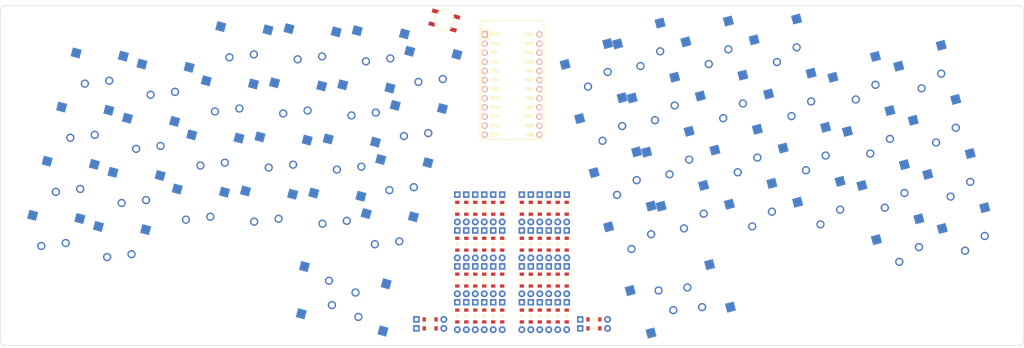
<source format=kicad_pcb>
(kicad_pcb (version 20171130) (host pcbnew 5.1.6)
  (title_block (title tin52mx_pm) (rev v1.0.0) (company Unknown))
  (layers (0 F.Cu signal) (31 B.Cu signal) (34 B.Paste user) (35 F.Paste user) (36 B.SilkS user) (37 F.SilkS user) (38 B.Mask user) (39 F.Mask user) (44 Edge.Cuts user))
  (net 0 "")
  (net 1 "P1")
  (net 2 "outer_bottom")
  (net 3 "outer_home")
  (net 4 "outer_top")
  (net 5 "outer_num")
  (net 6 "P0")
  (net 7 "pinky_bottom")
  (net 8 "pinky_home")
  (net 9 "pinky_top")
  (net 10 "pinky_num")
  (net 11 "P2")
  (net 12 "ring_bottom")
  (net 13 "ring_home")
  (net 14 "ring_top")
  (net 15 "ring_num")
  (net 16 "P3")
  (net 17 "middle_bottom")
  (net 18 "middle_home")
  (net 19 "middle_top")
  (net 20 "middle_num")
  (net 21 "P4")
  (net 22 "index_bottom")
  (net 23 "index_home")
  (net 24 "index_top")
  (net 25 "index_num")
  (net 26 "P5")
  (net 27 "inner_bottom")
  (net 28 "inner_home")
  (net 29 "inner_top")
  (net 30 "inner_num")
  (net 31 "outer_thumb")
  (net 32 "inner_thumb")
  (net 33 "P6")
  (net 34 "P7")
  (net 35 "P8")
  (net 36 "P9")
  (net 37 "index_thumb")
  (net 38 "P10")
  (net 39 "P21")
  (net 40 "mirror_outer_bottom")
  (net 41 "mirror_outer_home")
  (net 42 "mirror_outer_top")
  (net 43 "mirror_outer_num")
  (net 44 "P20")
  (net 45 "mirror_pinky_bottom")
  (net 46 "mirror_pinky_home")
  (net 47 "mirror_pinky_top")
  (net 48 "mirror_pinky_num")
  (net 49 "P19")
  (net 50 "mirror_ring_bottom")
  (net 51 "mirror_ring_home")
  (net 52 "mirror_ring_top")
  (net 53 "mirror_ring_num")
  (net 54 "P18")
  (net 55 "mirror_middle_bottom")
  (net 56 "mirror_middle_home")
  (net 57 "mirror_middle_top")
  (net 58 "mirror_middle_num")
  (net 59 "P15")
  (net 60 "mirror_index_bottom")
  (net 61 "mirror_index_home")
  (net 62 "mirror_index_top")
  (net 63 "mirror_index_num")
  (net 64 "P14")
  (net 65 "mirror_inner_bottom")
  (net 66 "mirror_inner_home")
  (net 67 "mirror_inner_top")
  (net 68 "mirror_inner_num")
  (net 69 "mirror_outer_thumb")
  (net 70 "mirror_inner_thumb")
  (net 71 "mirror_index_thumb")
  (net 72 "RAW")
  (net 73 "GND")
  (net 74 "RST")
  (net 75 "VCC")
  (net 76 "P16")
  (module MX (layer F.Cu) (at 17.8696278 4.7881523 165)
    (fp_text reference "S1" hide)
    (fp_text value "" hide)
    (pad "" np_thru_hole circle (at 0 0) (size 3.9878 3.9878) (drill 3.9878) (layers *.Cu *.Mask))
    (pad "" np_thru_hole circle (at 5.08 0) (size 1.7018 1.7018) (drill 1.7018) (layers *.Cu *.Mask))
    (pad "" np_thru_hole circle (at -5.08 0) (size 1.7018 1.7018) (drill 1.7018) (layers *.Cu *.Mask))
    (pad 1 thru_hole circle (at 2.54 -5.08) (size 2.286 2.286) (drill 1.4986) (layers *.Cu *.Mask) (net 1 "P1"))
    (pad 2 thru_hole circle (at -3.81 -2.54) (size 2.286 2.286) (drill 1.4986) (layers *.Cu *.Mask) (net 2 "outer_bottom"))
  )
  (module MX (layer F.Cu) (at 17.8696278 4.7881523 -15)
    (fp_text reference "S2" hide)
    (fp_text value "" hide)
    (pad "" np_thru_hole circle (at 0 0) (size 3.9878 3.9878) (drill 3.9878) (layers *.Cu *.Mask))
    (pad "" np_thru_hole circle (at 5.08 0) (size 1.7018 1.7018) (drill 1.7018) (layers *.Cu *.Mask))
    (pad "" np_thru_hole circle (at -5.08 0) (size 1.7018 1.7018) (drill 1.7018) (layers *.Cu *.Mask))
    (pad "" np_thru_hole circle (at 2.54 -5.08) (size 3 3) (drill 3) (layers *.Cu *.Mask))
    (pad "" np_thru_hole circle (at -3.81 -2.54) (size 3 3) (drill 3) (layers *.Cu *.Mask))
    (pad 1 smd rect (at -7.085 -2.54 165) (size 2.55 2.5) (layers B.Cu B.Paste B.Mask) (net 1 "P1"))
    (pad 2 smd rect (at 5.842 -5.08 165) (size 2.55 2.5) (layers B.Cu B.Paste B.Mask) (net 2 "outer_bottom"))
  )
  (module MX (layer F.Cu) (at 21.9072049 -10.2802906 165)
    (fp_text reference "S3" hide)
    (fp_text value "" hide)
    (pad "" np_thru_hole circle (at 0 0) (size 3.9878 3.9878) (drill 3.9878) (layers *.Cu *.Mask))
    (pad "" np_thru_hole circle (at 5.08 0) (size 1.7018 1.7018) (drill 1.7018) (layers *.Cu *.Mask))
    (pad "" np_thru_hole circle (at -5.08 0) (size 1.7018 1.7018) (drill 1.7018) (layers *.Cu *.Mask))
    (pad 1 thru_hole circle (at 2.54 -5.08) (size 2.286 2.286) (drill 1.4986) (layers *.Cu *.Mask) (net 1 "P1"))
    (pad 2 thru_hole circle (at -3.81 -2.54) (size 2.286 2.286) (drill 1.4986) (layers *.Cu *.Mask) (net 3 "outer_home"))
  )
  (module MX (layer F.Cu) (at 21.9072049 -10.2802906 -15)
    (fp_text reference "S4" hide)
    (fp_text value "" hide)
    (pad "" np_thru_hole circle (at 0 0) (size 3.9878 3.9878) (drill 3.9878) (layers *.Cu *.Mask))
    (pad "" np_thru_hole circle (at 5.08 0) (size 1.7018 1.7018) (drill 1.7018) (layers *.Cu *.Mask))
    (pad "" np_thru_hole circle (at -5.08 0) (size 1.7018 1.7018) (drill 1.7018) (layers *.Cu *.Mask))
    (pad "" np_thru_hole circle (at 2.54 -5.08) (size 3 3) (drill 3) (layers *.Cu *.Mask))
    (pad "" np_thru_hole circle (at -3.81 -2.54) (size 3 3) (drill 3) (layers *.Cu *.Mask))
    (pad 1 smd rect (at -7.085 -2.54 165) (size 2.55 2.5) (layers B.Cu B.Paste B.Mask) (net 1 "P1"))
    (pad 2 smd rect (at 5.842 -5.08 165) (size 2.55 2.5) (layers B.Cu B.Paste B.Mask) (net 3 "outer_home"))
  )
  (module MX (layer F.Cu) (at 25.944782 -25.3487334 165)
    (fp_text reference "S5" hide)
    (fp_text value "" hide)
    (pad "" np_thru_hole circle (at 0 0) (size 3.9878 3.9878) (drill 3.9878) (layers *.Cu *.Mask))
    (pad "" np_thru_hole circle (at 5.08 0) (size 1.7018 1.7018) (drill 1.7018) (layers *.Cu *.Mask))
    (pad "" np_thru_hole circle (at -5.08 0) (size 1.7018 1.7018) (drill 1.7018) (layers *.Cu *.Mask))
    (pad 1 thru_hole circle (at 2.54 -5.08) (size 2.286 2.286) (drill 1.4986) (layers *.Cu *.Mask) (net 1 "P1"))
    (pad 2 thru_hole circle (at -3.81 -2.54) (size 2.286 2.286) (drill 1.4986) (layers *.Cu *.Mask) (net 4 "outer_top"))
  )
  (module MX (layer F.Cu) (at 25.944782 -25.3487334 -15)
    (fp_text reference "S6" hide)
    (fp_text value "" hide)
    (pad "" np_thru_hole circle (at 0 0) (size 3.9878 3.9878) (drill 3.9878) (layers *.Cu *.Mask))
    (pad "" np_thru_hole circle (at 5.08 0) (size 1.7018 1.7018) (drill 1.7018) (layers *.Cu *.Mask))
    (pad "" np_thru_hole circle (at -5.08 0) (size 1.7018 1.7018) (drill 1.7018) (layers *.Cu *.Mask))
    (pad "" np_thru_hole circle (at 2.54 -5.08) (size 3 3) (drill 3) (layers *.Cu *.Mask))
    (pad "" np_thru_hole circle (at -3.81 -2.54) (size 3 3) (drill 3) (layers *.Cu *.Mask))
    (pad 1 smd rect (at -7.085 -2.54 165) (size 2.55 2.5) (layers B.Cu B.Paste B.Mask) (net 1 "P1"))
    (pad 2 smd rect (at 5.842 -5.08 165) (size 2.55 2.5) (layers B.Cu B.Paste B.Mask) (net 4 "outer_top"))
  )
  (module MX (layer F.Cu) (at 29.9823591 -40.4171763 165)
    (fp_text reference "S7" hide)
    (fp_text value "" hide)
    (pad "" np_thru_hole circle (at 0 0) (size 3.9878 3.9878) (drill 3.9878) (layers *.Cu *.Mask))
    (pad "" np_thru_hole circle (at 5.08 0) (size 1.7018 1.7018) (drill 1.7018) (layers *.Cu *.Mask))
    (pad "" np_thru_hole circle (at -5.08 0) (size 1.7018 1.7018) (drill 1.7018) (layers *.Cu *.Mask))
    (pad 1 thru_hole circle (at 2.54 -5.08) (size 2.286 2.286) (drill 1.4986) (layers *.Cu *.Mask) (net 1 "P1"))
    (pad 2 thru_hole circle (at -3.81 -2.54) (size 2.286 2.286) (drill 1.4986) (layers *.Cu *.Mask) (net 5 "outer_num"))
  )
  (module MX (layer F.Cu) (at 29.9823591 -40.4171763 -15)
    (fp_text reference "S8" hide)
    (fp_text value "" hide)
    (pad "" np_thru_hole circle (at 0 0) (size 3.9878 3.9878) (drill 3.9878) (layers *.Cu *.Mask))
    (pad "" np_thru_hole circle (at 5.08 0) (size 1.7018 1.7018) (drill 1.7018) (layers *.Cu *.Mask))
    (pad "" np_thru_hole circle (at -5.08 0) (size 1.7018 1.7018) (drill 1.7018) (layers *.Cu *.Mask))
    (pad "" np_thru_hole circle (at 2.54 -5.08) (size 3 3) (drill 3) (layers *.Cu *.Mask))
    (pad "" np_thru_hole circle (at -3.81 -2.54) (size 3 3) (drill 3) (layers *.Cu *.Mask))
    (pad 1 smd rect (at -7.085 -2.54 165) (size 2.55 2.5) (layers B.Cu B.Paste B.Mask) (net 1 "P1"))
    (pad 2 smd rect (at 5.842 -5.08 165) (size 2.55 2.5) (layers B.Cu B.Paste B.Mask) (net 5 "outer_num"))
  )
  (module MX (layer F.Cu) (at 36.1921889 7.8859345 165)
    (fp_text reference "S9" hide)
    (fp_text value "" hide)
    (pad "" np_thru_hole circle (at 0 0) (size 3.9878 3.9878) (drill 3.9878) (layers *.Cu *.Mask))
    (pad "" np_thru_hole circle (at 5.08 0) (size 1.7018 1.7018) (drill 1.7018) (layers *.Cu *.Mask))
    (pad "" np_thru_hole circle (at -5.08 0) (size 1.7018 1.7018) (drill 1.7018) (layers *.Cu *.Mask))
    (pad 1 thru_hole circle (at 2.54 -5.08) (size 2.286 2.286) (drill 1.4986) (layers *.Cu *.Mask) (net 6 "P0"))
    (pad 2 thru_hole circle (at -3.81 -2.54) (size 2.286 2.286) (drill 1.4986) (layers *.Cu *.Mask) (net 7 "pinky_bottom"))
  )
  (module MX (layer F.Cu) (at 36.1921889 7.8859345 -15)
    (fp_text reference "S10" hide)
    (fp_text value "" hide)
    (pad "" np_thru_hole circle (at 0 0) (size 3.9878 3.9878) (drill 3.9878) (layers *.Cu *.Mask))
    (pad "" np_thru_hole circle (at 5.08 0) (size 1.7018 1.7018) (drill 1.7018) (layers *.Cu *.Mask))
    (pad "" np_thru_hole circle (at -5.08 0) (size 1.7018 1.7018) (drill 1.7018) (layers *.Cu *.Mask))
    (pad "" np_thru_hole circle (at 2.54 -5.08) (size 3 3) (drill 3) (layers *.Cu *.Mask))
    (pad "" np_thru_hole circle (at -3.81 -2.54) (size 3 3) (drill 3) (layers *.Cu *.Mask))
    (pad 1 smd rect (at -7.085 -2.54 165) (size 2.55 2.5) (layers B.Cu B.Paste B.Mask) (net 6 "P0"))
    (pad 2 smd rect (at 5.842 -5.08 165) (size 2.55 2.5) (layers B.Cu B.Paste B.Mask) (net 7 "pinky_bottom"))
  )
  (module MX (layer F.Cu) (at 40.229766 -7.1825084 165)
    (fp_text reference "S11" hide)
    (fp_text value "" hide)
    (pad "" np_thru_hole circle (at 0 0) (size 3.9878 3.9878) (drill 3.9878) (layers *.Cu *.Mask))
    (pad "" np_thru_hole circle (at 5.08 0) (size 1.7018 1.7018) (drill 1.7018) (layers *.Cu *.Mask))
    (pad "" np_thru_hole circle (at -5.08 0) (size 1.7018 1.7018) (drill 1.7018) (layers *.Cu *.Mask))
    (pad 1 thru_hole circle (at 2.54 -5.08) (size 2.286 2.286) (drill 1.4986) (layers *.Cu *.Mask) (net 6 "P0"))
    (pad 2 thru_hole circle (at -3.81 -2.54) (size 2.286 2.286) (drill 1.4986) (layers *.Cu *.Mask) (net 8 "pinky_home"))
  )
  (module MX (layer F.Cu) (at 40.229766 -7.1825084 -15)
    (fp_text reference "S12" hide)
    (fp_text value "" hide)
    (pad "" np_thru_hole circle (at 0 0) (size 3.9878 3.9878) (drill 3.9878) (layers *.Cu *.Mask))
    (pad "" np_thru_hole circle (at 5.08 0) (size 1.7018 1.7018) (drill 1.7018) (layers *.Cu *.Mask))
    (pad "" np_thru_hole circle (at -5.08 0) (size 1.7018 1.7018) (drill 1.7018) (layers *.Cu *.Mask))
    (pad "" np_thru_hole circle (at 2.54 -5.08) (size 3 3) (drill 3) (layers *.Cu *.Mask))
    (pad "" np_thru_hole circle (at -3.81 -2.54) (size 3 3) (drill 3) (layers *.Cu *.Mask))
    (pad 1 smd rect (at -7.085 -2.54 165) (size 2.55 2.5) (layers B.Cu B.Paste B.Mask) (net 6 "P0"))
    (pad 2 smd rect (at 5.842 -5.08 165) (size 2.55 2.5) (layers B.Cu B.Paste B.Mask) (net 8 "pinky_home"))
  )
  (module MX (layer F.Cu) (at 44.2673431 -22.2509513 165)
    (fp_text reference "S13" hide)
    (fp_text value "" hide)
    (pad "" np_thru_hole circle (at 0 0) (size 3.9878 3.9878) (drill 3.9878) (layers *.Cu *.Mask))
    (pad "" np_thru_hole circle (at 5.08 0) (size 1.7018 1.7018) (drill 1.7018) (layers *.Cu *.Mask))
    (pad "" np_thru_hole circle (at -5.08 0) (size 1.7018 1.7018) (drill 1.7018) (layers *.Cu *.Mask))
    (pad 1 thru_hole circle (at 2.54 -5.08) (size 2.286 2.286) (drill 1.4986) (layers *.Cu *.Mask) (net 6 "P0"))
    (pad 2 thru_hole circle (at -3.81 -2.54) (size 2.286 2.286) (drill 1.4986) (layers *.Cu *.Mask) (net 9 "pinky_top"))
  )
  (module MX (layer F.Cu) (at 44.2673431 -22.2509513 -15)
    (fp_text reference "S14" hide)
    (fp_text value "" hide)
    (pad "" np_thru_hole circle (at 0 0) (size 3.9878 3.9878) (drill 3.9878) (layers *.Cu *.Mask))
    (pad "" np_thru_hole circle (at 5.08 0) (size 1.7018 1.7018) (drill 1.7018) (layers *.Cu *.Mask))
    (pad "" np_thru_hole circle (at -5.08 0) (size 1.7018 1.7018) (drill 1.7018) (layers *.Cu *.Mask))
    (pad "" np_thru_hole circle (at 2.54 -5.08) (size 3 3) (drill 3) (layers *.Cu *.Mask))
    (pad "" np_thru_hole circle (at -3.81 -2.54) (size 3 3) (drill 3) (layers *.Cu *.Mask))
    (pad 1 smd rect (at -7.085 -2.54 165) (size 2.55 2.5) (layers B.Cu B.Paste B.Mask) (net 6 "P0"))
    (pad 2 smd rect (at 5.842 -5.08 165) (size 2.55 2.5) (layers B.Cu B.Paste B.Mask) (net 9 "pinky_top"))
  )
  (module MX (layer F.Cu) (at 48.3049202 -37.3193942 165)
    (fp_text reference "S15" hide)
    (fp_text value "" hide)
    (pad "" np_thru_hole circle (at 0 0) (size 3.9878 3.9878) (drill 3.9878) (layers *.Cu *.Mask))
    (pad "" np_thru_hole circle (at 5.08 0) (size 1.7018 1.7018) (drill 1.7018) (layers *.Cu *.Mask))
    (pad "" np_thru_hole circle (at -5.08 0) (size 1.7018 1.7018) (drill 1.7018) (layers *.Cu *.Mask))
    (pad 1 thru_hole circle (at 2.54 -5.08) (size 2.286 2.286) (drill 1.4986) (layers *.Cu *.Mask) (net 6 "P0"))
    (pad 2 thru_hole circle (at -3.81 -2.54) (size 2.286 2.286) (drill 1.4986) (layers *.Cu *.Mask) (net 10 "pinky_num"))
  )
  (module MX (layer F.Cu) (at 48.3049202 -37.3193942 -15)
    (fp_text reference "S16" hide)
    (fp_text value "" hide)
    (pad "" np_thru_hole circle (at 0 0) (size 3.9878 3.9878) (drill 3.9878) (layers *.Cu *.Mask))
    (pad "" np_thru_hole circle (at 5.08 0) (size 1.7018 1.7018) (drill 1.7018) (layers *.Cu *.Mask))
    (pad "" np_thru_hole circle (at -5.08 0) (size 1.7018 1.7018) (drill 1.7018) (layers *.Cu *.Mask))
    (pad "" np_thru_hole circle (at 2.54 -5.08) (size 3 3) (drill 3) (layers *.Cu *.Mask))
    (pad "" np_thru_hole circle (at -3.81 -2.54) (size 3 3) (drill 3) (layers *.Cu *.Mask))
    (pad 1 smd rect (at -7.085 -2.54 165) (size 2.55 2.5) (layers B.Cu B.Paste B.Mask) (net 6 "P0"))
    (pad 2 smd rect (at 5.842 -5.08 165) (size 2.55 2.5) (layers B.Cu B.Paste B.Mask) (net 10 "pinky_num"))
  )
  (module MX (layer F.Cu) (at 58.1382166 -2.539245 165)
    (fp_text reference "S17" hide)
    (fp_text value "" hide)
    (pad "" np_thru_hole circle (at 0 0) (size 3.9878 3.9878) (drill 3.9878) (layers *.Cu *.Mask))
    (pad "" np_thru_hole circle (at 5.08 0) (size 1.7018 1.7018) (drill 1.7018) (layers *.Cu *.Mask))
    (pad "" np_thru_hole circle (at -5.08 0) (size 1.7018 1.7018) (drill 1.7018) (layers *.Cu *.Mask))
    (pad 1 thru_hole circle (at 2.54 -5.08) (size 2.286 2.286) (drill 1.4986) (layers *.Cu *.Mask) (net 11 "P2"))
    (pad 2 thru_hole circle (at -3.81 -2.54) (size 2.286 2.286) (drill 1.4986) (layers *.Cu *.Mask) (net 12 "ring_bottom"))
  )
  (module MX (layer F.Cu) (at 58.1382166 -2.539245 -15)
    (fp_text reference "S18" hide)
    (fp_text value "" hide)
    (pad "" np_thru_hole circle (at 0 0) (size 3.9878 3.9878) (drill 3.9878) (layers *.Cu *.Mask))
    (pad "" np_thru_hole circle (at 5.08 0) (size 1.7018 1.7018) (drill 1.7018) (layers *.Cu *.Mask))
    (pad "" np_thru_hole circle (at -5.08 0) (size 1.7018 1.7018) (drill 1.7018) (layers *.Cu *.Mask))
    (pad "" np_thru_hole circle (at 2.54 -5.08) (size 3 3) (drill 3) (layers *.Cu *.Mask))
    (pad "" np_thru_hole circle (at -3.81 -2.54) (size 3 3) (drill 3) (layers *.Cu *.Mask))
    (pad 1 smd rect (at -7.085 -2.54 165) (size 2.55 2.5) (layers B.Cu B.Paste B.Mask) (net 11 "P2"))
    (pad 2 smd rect (at 5.842 -5.08 165) (size 2.55 2.5) (layers B.Cu B.Paste B.Mask) (net 12 "ring_bottom"))
  )
  (module MX (layer F.Cu) (at 62.1757938 -17.6076878 165)
    (fp_text reference "S19" hide)
    (fp_text value "" hide)
    (pad "" np_thru_hole circle (at 0 0) (size 3.9878 3.9878) (drill 3.9878) (layers *.Cu *.Mask))
    (pad "" np_thru_hole circle (at 5.08 0) (size 1.7018 1.7018) (drill 1.7018) (layers *.Cu *.Mask))
    (pad "" np_thru_hole circle (at -5.08 0) (size 1.7018 1.7018) (drill 1.7018) (layers *.Cu *.Mask))
    (pad 1 thru_hole circle (at 2.54 -5.08) (size 2.286 2.286) (drill 1.4986) (layers *.Cu *.Mask) (net 11 "P2"))
    (pad 2 thru_hole circle (at -3.81 -2.54) (size 2.286 2.286) (drill 1.4986) (layers *.Cu *.Mask) (net 13 "ring_home"))
  )
  (module MX (layer F.Cu) (at 62.1757938 -17.6076878 -15)
    (fp_text reference "S20" hide)
    (fp_text value "" hide)
    (pad "" np_thru_hole circle (at 0 0) (size 3.9878 3.9878) (drill 3.9878) (layers *.Cu *.Mask))
    (pad "" np_thru_hole circle (at 5.08 0) (size 1.7018 1.7018) (drill 1.7018) (layers *.Cu *.Mask))
    (pad "" np_thru_hole circle (at -5.08 0) (size 1.7018 1.7018) (drill 1.7018) (layers *.Cu *.Mask))
    (pad "" np_thru_hole circle (at 2.54 -5.08) (size 3 3) (drill 3) (layers *.Cu *.Mask))
    (pad "" np_thru_hole circle (at -3.81 -2.54) (size 3 3) (drill 3) (layers *.Cu *.Mask))
    (pad 1 smd rect (at -7.085 -2.54 165) (size 2.55 2.5) (layers B.Cu B.Paste B.Mask) (net 11 "P2"))
    (pad 2 smd rect (at 5.842 -5.08 165) (size 2.55 2.5) (layers B.Cu B.Paste B.Mask) (net 13 "ring_home"))
  )
  (module MX (layer F.Cu) (at 66.2133709 -32.6761307 165)
    (fp_text reference "S21" hide)
    (fp_text value "" hide)
    (pad "" np_thru_hole circle (at 0 0) (size 3.9878 3.9878) (drill 3.9878) (layers *.Cu *.Mask))
    (pad "" np_thru_hole circle (at 5.08 0) (size 1.7018 1.7018) (drill 1.7018) (layers *.Cu *.Mask))
    (pad "" np_thru_hole circle (at -5.08 0) (size 1.7018 1.7018) (drill 1.7018) (layers *.Cu *.Mask))
    (pad 1 thru_hole circle (at 2.54 -5.08) (size 2.286 2.286) (drill 1.4986) (layers *.Cu *.Mask) (net 11 "P2"))
    (pad 2 thru_hole circle (at -3.81 -2.54) (size 2.286 2.286) (drill 1.4986) (layers *.Cu *.Mask) (net 14 "ring_top"))
  )
  (module MX (layer F.Cu) (at 66.2133709 -32.6761307 -15)
    (fp_text reference "S22" hide)
    (fp_text value "" hide)
    (pad "" np_thru_hole circle (at 0 0) (size 3.9878 3.9878) (drill 3.9878) (layers *.Cu *.Mask))
    (pad "" np_thru_hole circle (at 5.08 0) (size 1.7018 1.7018) (drill 1.7018) (layers *.Cu *.Mask))
    (pad "" np_thru_hole circle (at -5.08 0) (size 1.7018 1.7018) (drill 1.7018) (layers *.Cu *.Mask))
    (pad "" np_thru_hole circle (at 2.54 -5.08) (size 3 3) (drill 3) (layers *.Cu *.Mask))
    (pad "" np_thru_hole circle (at -3.81 -2.54) (size 3 3) (drill 3) (layers *.Cu *.Mask))
    (pad 1 smd rect (at -7.085 -2.54 165) (size 2.55 2.5) (layers B.Cu B.Paste B.Mask) (net 11 "P2"))
    (pad 2 smd rect (at 5.842 -5.08 165) (size 2.55 2.5) (layers B.Cu B.Paste B.Mask) (net 14 "ring_top"))
  )
  (module MX (layer F.Cu) (at 70.250948 -47.7445736 165)
    (fp_text reference "S23" hide)
    (fp_text value "" hide)
    (pad "" np_thru_hole circle (at 0 0) (size 3.9878 3.9878) (drill 3.9878) (layers *.Cu *.Mask))
    (pad "" np_thru_hole circle (at 5.08 0) (size 1.7018 1.7018) (drill 1.7018) (layers *.Cu *.Mask))
    (pad "" np_thru_hole circle (at -5.08 0) (size 1.7018 1.7018) (drill 1.7018) (layers *.Cu *.Mask))
    (pad 1 thru_hole circle (at 2.54 -5.08) (size 2.286 2.286) (drill 1.4986) (layers *.Cu *.Mask) (net 11 "P2"))
    (pad 2 thru_hole circle (at -3.81 -2.54) (size 2.286 2.286) (drill 1.4986) (layers *.Cu *.Mask) (net 15 "ring_num"))
  )
  (module MX (layer F.Cu) (at 70.250948 -47.7445736 -15)
    (fp_text reference "S24" hide)
    (fp_text value "" hide)
    (pad "" np_thru_hole circle (at 0 0) (size 3.9878 3.9878) (drill 3.9878) (layers *.Cu *.Mask))
    (pad "" np_thru_hole circle (at 5.08 0) (size 1.7018 1.7018) (drill 1.7018) (layers *.Cu *.Mask))
    (pad "" np_thru_hole circle (at -5.08 0) (size 1.7018 1.7018) (drill 1.7018) (layers *.Cu *.Mask))
    (pad "" np_thru_hole circle (at 2.54 -5.08) (size 3 3) (drill 3) (layers *.Cu *.Mask))
    (pad "" np_thru_hole circle (at -3.81 -2.54) (size 3 3) (drill 3) (layers *.Cu *.Mask))
    (pad 1 smd rect (at -7.085 -2.54 165) (size 2.55 2.5) (layers B.Cu B.Paste B.Mask) (net 11 "P2"))
    (pad 2 smd rect (at 5.842 -5.08 165) (size 2.55 2.5) (layers B.Cu B.Paste B.Mask) (net 15 "ring_num"))
  )
  (module MX (layer F.Cu) (at 77.1401778 -1.9770181 165)
    (fp_text reference "S25" hide)
    (fp_text value "" hide)
    (pad "" np_thru_hole circle (at 0 0) (size 3.9878 3.9878) (drill 3.9878) (layers *.Cu *.Mask))
    (pad "" np_thru_hole circle (at 5.08 0) (size 1.7018 1.7018) (drill 1.7018) (layers *.Cu *.Mask))
    (pad "" np_thru_hole circle (at -5.08 0) (size 1.7018 1.7018) (drill 1.7018) (layers *.Cu *.Mask))
    (pad 1 thru_hole circle (at 2.54 -5.08) (size 2.286 2.286) (drill 1.4986) (layers *.Cu *.Mask) (net 16 "P3"))
    (pad 2 thru_hole circle (at -3.81 -2.54) (size 2.286 2.286) (drill 1.4986) (layers *.Cu *.Mask) (net 17 "middle_bottom"))
  )
  (module MX (layer F.Cu) (at 77.1401778 -1.9770181 -15)
    (fp_text reference "S26" hide)
    (fp_text value "" hide)
    (pad "" np_thru_hole circle (at 0 0) (size 3.9878 3.9878) (drill 3.9878) (layers *.Cu *.Mask))
    (pad "" np_thru_hole circle (at 5.08 0) (size 1.7018 1.7018) (drill 1.7018) (layers *.Cu *.Mask))
    (pad "" np_thru_hole circle (at -5.08 0) (size 1.7018 1.7018) (drill 1.7018) (layers *.Cu *.Mask))
    (pad "" np_thru_hole circle (at 2.54 -5.08) (size 3 3) (drill 3) (layers *.Cu *.Mask))
    (pad "" np_thru_hole circle (at -3.81 -2.54) (size 3 3) (drill 3) (layers *.Cu *.Mask))
    (pad 1 smd rect (at -7.085 -2.54 165) (size 2.55 2.5) (layers B.Cu B.Paste B.Mask) (net 16 "P3"))
    (pad 2 smd rect (at 5.842 -5.08 165) (size 2.55 2.5) (layers B.Cu B.Paste B.Mask) (net 17 "middle_bottom"))
  )
  (module MX (layer F.Cu) (at 81.1777549 -17.045461 165)
    (fp_text reference "S27" hide)
    (fp_text value "" hide)
    (pad "" np_thru_hole circle (at 0 0) (size 3.9878 3.9878) (drill 3.9878) (layers *.Cu *.Mask))
    (pad "" np_thru_hole circle (at 5.08 0) (size 1.7018 1.7018) (drill 1.7018) (layers *.Cu *.Mask))
    (pad "" np_thru_hole circle (at -5.08 0) (size 1.7018 1.7018) (drill 1.7018) (layers *.Cu *.Mask))
    (pad 1 thru_hole circle (at 2.54 -5.08) (size 2.286 2.286) (drill 1.4986) (layers *.Cu *.Mask) (net 16 "P3"))
    (pad 2 thru_hole circle (at -3.81 -2.54) (size 2.286 2.286) (drill 1.4986) (layers *.Cu *.Mask) (net 18 "middle_home"))
  )
  (module MX (layer F.Cu) (at 81.1777549 -17.045461 -15)
    (fp_text reference "S28" hide)
    (fp_text value "" hide)
    (pad "" np_thru_hole circle (at 0 0) (size 3.9878 3.9878) (drill 3.9878) (layers *.Cu *.Mask))
    (pad "" np_thru_hole circle (at 5.08 0) (size 1.7018 1.7018) (drill 1.7018) (layers *.Cu *.Mask))
    (pad "" np_thru_hole circle (at -5.08 0) (size 1.7018 1.7018) (drill 1.7018) (layers *.Cu *.Mask))
    (pad "" np_thru_hole circle (at 2.54 -5.08) (size 3 3) (drill 3) (layers *.Cu *.Mask))
    (pad "" np_thru_hole circle (at -3.81 -2.54) (size 3 3) (drill 3) (layers *.Cu *.Mask))
    (pad 1 smd rect (at -7.085 -2.54 165) (size 2.55 2.5) (layers B.Cu B.Paste B.Mask) (net 16 "P3"))
    (pad 2 smd rect (at 5.842 -5.08 165) (size 2.55 2.5) (layers B.Cu B.Paste B.Mask) (net 18 "middle_home"))
  )
  (module MX (layer F.Cu) (at 85.215332 -32.1139039 165)
    (fp_text reference "S29" hide)
    (fp_text value "" hide)
    (pad "" np_thru_hole circle (at 0 0) (size 3.9878 3.9878) (drill 3.9878) (layers *.Cu *.Mask))
    (pad "" np_thru_hole circle (at 5.08 0) (size 1.7018 1.7018) (drill 1.7018) (layers *.Cu *.Mask))
    (pad "" np_thru_hole circle (at -5.08 0) (size 1.7018 1.7018) (drill 1.7018) (layers *.Cu *.Mask))
    (pad 1 thru_hole circle (at 2.54 -5.08) (size 2.286 2.286) (drill 1.4986) (layers *.Cu *.Mask) (net 16 "P3"))
    (pad 2 thru_hole circle (at -3.81 -2.54) (size 2.286 2.286) (drill 1.4986) (layers *.Cu *.Mask) (net 19 "middle_top"))
  )
  (module MX (layer F.Cu) (at 85.215332 -32.1139039 -15)
    (fp_text reference "S30" hide)
    (fp_text value "" hide)
    (pad "" np_thru_hole circle (at 0 0) (size 3.9878 3.9878) (drill 3.9878) (layers *.Cu *.Mask))
    (pad "" np_thru_hole circle (at 5.08 0) (size 1.7018 1.7018) (drill 1.7018) (layers *.Cu *.Mask))
    (pad "" np_thru_hole circle (at -5.08 0) (size 1.7018 1.7018) (drill 1.7018) (layers *.Cu *.Mask))
    (pad "" np_thru_hole circle (at 2.54 -5.08) (size 3 3) (drill 3) (layers *.Cu *.Mask))
    (pad "" np_thru_hole circle (at -3.81 -2.54) (size 3 3) (drill 3) (layers *.Cu *.Mask))
    (pad 1 smd rect (at -7.085 -2.54 165) (size 2.55 2.5) (layers B.Cu B.Paste B.Mask) (net 16 "P3"))
    (pad 2 smd rect (at 5.842 -5.08 165) (size 2.55 2.5) (layers B.Cu B.Paste B.Mask) (net 19 "middle_top"))
  )
  (module MX (layer F.Cu) (at 89.2529091 -47.1823468 165)
    (fp_text reference "S31" hide)
    (fp_text value "" hide)
    (pad "" np_thru_hole circle (at 0 0) (size 3.9878 3.9878) (drill 3.9878) (layers *.Cu *.Mask))
    (pad "" np_thru_hole circle (at 5.08 0) (size 1.7018 1.7018) (drill 1.7018) (layers *.Cu *.Mask))
    (pad "" np_thru_hole circle (at -5.08 0) (size 1.7018 1.7018) (drill 1.7018) (layers *.Cu *.Mask))
    (pad 1 thru_hole circle (at 2.54 -5.08) (size 2.286 2.286) (drill 1.4986) (layers *.Cu *.Mask) (net 16 "P3"))
    (pad 2 thru_hole circle (at -3.81 -2.54) (size 2.286 2.286) (drill 1.4986) (layers *.Cu *.Mask) (net 20 "middle_num"))
  )
  (module MX (layer F.Cu) (at 89.2529091 -47.1823468 -15)
    (fp_text reference "S32" hide)
    (fp_text value "" hide)
    (pad "" np_thru_hole circle (at 0 0) (size 3.9878 3.9878) (drill 3.9878) (layers *.Cu *.Mask))
    (pad "" np_thru_hole circle (at 5.08 0) (size 1.7018 1.7018) (drill 1.7018) (layers *.Cu *.Mask))
    (pad "" np_thru_hole circle (at -5.08 0) (size 1.7018 1.7018) (drill 1.7018) (layers *.Cu *.Mask))
    (pad "" np_thru_hole circle (at 2.54 -5.08) (size 3 3) (drill 3) (layers *.Cu *.Mask))
    (pad "" np_thru_hole circle (at -3.81 -2.54) (size 3 3) (drill 3) (layers *.Cu *.Mask))
    (pad 1 smd rect (at -7.085 -2.54 165) (size 2.55 2.5) (layers B.Cu B.Paste B.Mask) (net 16 "P3"))
    (pad 2 smd rect (at 5.842 -5.08 165) (size 2.55 2.5) (layers B.Cu B.Paste B.Mask) (net 20 "middle_num"))
  )
  (module MX (layer F.Cu) (at 96.1421389 -1.4147913 165)
    (fp_text reference "S33" hide)
    (fp_text value "" hide)
    (pad "" np_thru_hole circle (at 0 0) (size 3.9878 3.9878) (drill 3.9878) (layers *.Cu *.Mask))
    (pad "" np_thru_hole circle (at 5.08 0) (size 1.7018 1.7018) (drill 1.7018) (layers *.Cu *.Mask))
    (pad "" np_thru_hole circle (at -5.08 0) (size 1.7018 1.7018) (drill 1.7018) (layers *.Cu *.Mask))
    (pad 1 thru_hole circle (at 2.54 -5.08) (size 2.286 2.286) (drill 1.4986) (layers *.Cu *.Mask) (net 21 "P4"))
    (pad 2 thru_hole circle (at -3.81 -2.54) (size 2.286 2.286) (drill 1.4986) (layers *.Cu *.Mask) (net 22 "index_bottom"))
  )
  (module MX (layer F.Cu) (at 96.1421389 -1.4147913 -15)
    (fp_text reference "S34" hide)
    (fp_text value "" hide)
    (pad "" np_thru_hole circle (at 0 0) (size 3.9878 3.9878) (drill 3.9878) (layers *.Cu *.Mask))
    (pad "" np_thru_hole circle (at 5.08 0) (size 1.7018 1.7018) (drill 1.7018) (layers *.Cu *.Mask))
    (pad "" np_thru_hole circle (at -5.08 0) (size 1.7018 1.7018) (drill 1.7018) (layers *.Cu *.Mask))
    (pad "" np_thru_hole circle (at 2.54 -5.08) (size 3 3) (drill 3) (layers *.Cu *.Mask))
    (pad "" np_thru_hole circle (at -3.81 -2.54) (size 3 3) (drill 3) (layers *.Cu *.Mask))
    (pad 1 smd rect (at -7.085 -2.54 165) (size 2.55 2.5) (layers B.Cu B.Paste B.Mask) (net 21 "P4"))
    (pad 2 smd rect (at 5.842 -5.08 165) (size 2.55 2.5) (layers B.Cu B.Paste B.Mask) (net 22 "index_bottom"))
  )
  (module MX (layer F.Cu) (at 100.179716 -16.4832342 165)
    (fp_text reference "S35" hide)
    (fp_text value "" hide)
    (pad "" np_thru_hole circle (at 0 0) (size 3.9878 3.9878) (drill 3.9878) (layers *.Cu *.Mask))
    (pad "" np_thru_hole circle (at 5.08 0) (size 1.7018 1.7018) (drill 1.7018) (layers *.Cu *.Mask))
    (pad "" np_thru_hole circle (at -5.08 0) (size 1.7018 1.7018) (drill 1.7018) (layers *.Cu *.Mask))
    (pad 1 thru_hole circle (at 2.54 -5.08) (size 2.286 2.286) (drill 1.4986) (layers *.Cu *.Mask) (net 21 "P4"))
    (pad 2 thru_hole circle (at -3.81 -2.54) (size 2.286 2.286) (drill 1.4986) (layers *.Cu *.Mask) (net 23 "index_home"))
  )
  (module MX (layer F.Cu) (at 100.179716 -16.4832342 -15)
    (fp_text reference "S36" hide)
    (fp_text value "" hide)
    (pad "" np_thru_hole circle (at 0 0) (size 3.9878 3.9878) (drill 3.9878) (layers *.Cu *.Mask))
    (pad "" np_thru_hole circle (at 5.08 0) (size 1.7018 1.7018) (drill 1.7018) (layers *.Cu *.Mask))
    (pad "" np_thru_hole circle (at -5.08 0) (size 1.7018 1.7018) (drill 1.7018) (layers *.Cu *.Mask))
    (pad "" np_thru_hole circle (at 2.54 -5.08) (size 3 3) (drill 3) (layers *.Cu *.Mask))
    (pad "" np_thru_hole circle (at -3.81 -2.54) (size 3 3) (drill 3) (layers *.Cu *.Mask))
    (pad 1 smd rect (at -7.085 -2.54 165) (size 2.55 2.5) (layers B.Cu B.Paste B.Mask) (net 21 "P4"))
    (pad 2 smd rect (at 5.842 -5.08 165) (size 2.55 2.5) (layers B.Cu B.Paste B.Mask) (net 23 "index_home"))
  )
  (module MX (layer F.Cu) (at 104.2172931 -31.551677 165)
    (fp_text reference "S37" hide)
    (fp_text value "" hide)
    (pad "" np_thru_hole circle (at 0 0) (size 3.9878 3.9878) (drill 3.9878) (layers *.Cu *.Mask))
    (pad "" np_thru_hole circle (at 5.08 0) (size 1.7018 1.7018) (drill 1.7018) (layers *.Cu *.Mask))
    (pad "" np_thru_hole circle (at -5.08 0) (size 1.7018 1.7018) (drill 1.7018) (layers *.Cu *.Mask))
    (pad 1 thru_hole circle (at 2.54 -5.08) (size 2.286 2.286) (drill 1.4986) (layers *.Cu *.Mask) (net 21 "P4"))
    (pad 2 thru_hole circle (at -3.81 -2.54) (size 2.286 2.286) (drill 1.4986) (layers *.Cu *.Mask) (net 24 "index_top"))
  )
  (module MX (layer F.Cu) (at 104.2172931 -31.551677 -15)
    (fp_text reference "S38" hide)
    (fp_text value "" hide)
    (pad "" np_thru_hole circle (at 0 0) (size 3.9878 3.9878) (drill 3.9878) (layers *.Cu *.Mask))
    (pad "" np_thru_hole circle (at 5.08 0) (size 1.7018 1.7018) (drill 1.7018) (layers *.Cu *.Mask))
    (pad "" np_thru_hole circle (at -5.08 0) (size 1.7018 1.7018) (drill 1.7018) (layers *.Cu *.Mask))
    (pad "" np_thru_hole circle (at 2.54 -5.08) (size 3 3) (drill 3) (layers *.Cu *.Mask))
    (pad "" np_thru_hole circle (at -3.81 -2.54) (size 3 3) (drill 3) (layers *.Cu *.Mask))
    (pad 1 smd rect (at -7.085 -2.54 165) (size 2.55 2.5) (layers B.Cu B.Paste B.Mask) (net 21 "P4"))
    (pad 2 smd rect (at 5.842 -5.08 165) (size 2.55 2.5) (layers B.Cu B.Paste B.Mask) (net 24 "index_top"))
  )
  (module MX (layer F.Cu) (at 108.2548702 -46.6201199 165)
    (fp_text reference "S39" hide)
    (fp_text value "" hide)
    (pad "" np_thru_hole circle (at 0 0) (size 3.9878 3.9878) (drill 3.9878) (layers *.Cu *.Mask))
    (pad "" np_thru_hole circle (at 5.08 0) (size 1.7018 1.7018) (drill 1.7018) (layers *.Cu *.Mask))
    (pad "" np_thru_hole circle (at -5.08 0) (size 1.7018 1.7018) (drill 1.7018) (layers *.Cu *.Mask))
    (pad 1 thru_hole circle (at 2.54 -5.08) (size 2.286 2.286) (drill 1.4986) (layers *.Cu *.Mask) (net 21 "P4"))
    (pad 2 thru_hole circle (at -3.81 -2.54) (size 2.286 2.286) (drill 1.4986) (layers *.Cu *.Mask) (net 25 "index_num"))
  )
  (module MX (layer F.Cu) (at 108.2548702 -46.6201199 -15)
    (fp_text reference "S40" hide)
    (fp_text value "" hide)
    (pad "" np_thru_hole circle (at 0 0) (size 3.9878 3.9878) (drill 3.9878) (layers *.Cu *.Mask))
    (pad "" np_thru_hole circle (at 5.08 0) (size 1.7018 1.7018) (drill 1.7018) (layers *.Cu *.Mask))
    (pad "" np_thru_hole circle (at -5.08 0) (size 1.7018 1.7018) (drill 1.7018) (layers *.Cu *.Mask))
    (pad "" np_thru_hole circle (at 2.54 -5.08) (size 3 3) (drill 3) (layers *.Cu *.Mask))
    (pad "" np_thru_hole circle (at -3.81 -2.54) (size 3 3) (drill 3) (layers *.Cu *.Mask))
    (pad 1 smd rect (at -7.085 -2.54 165) (size 2.55 2.5) (layers B.Cu B.Paste B.Mask) (net 21 "P4"))
    (pad 2 smd rect (at 5.842 -5.08 165) (size 2.55 2.5) (layers B.Cu B.Paste B.Mask) (net 25 "index_num"))
  )
  (module MX (layer F.Cu) (at 110.7576484 4.313156 165)
    (fp_text reference "S41" hide)
    (fp_text value "" hide)
    (pad "" np_thru_hole circle (at 0 0) (size 3.9878 3.9878) (drill 3.9878) (layers *.Cu *.Mask))
    (pad "" np_thru_hole circle (at 5.08 0) (size 1.7018 1.7018) (drill 1.7018) (layers *.Cu *.Mask))
    (pad "" np_thru_hole circle (at -5.08 0) (size 1.7018 1.7018) (drill 1.7018) (layers *.Cu *.Mask))
    (pad 1 thru_hole circle (at 2.54 -5.08) (size 2.286 2.286) (drill 1.4986) (layers *.Cu *.Mask) (net 26 "P5"))
    (pad 2 thru_hole circle (at -3.81 -2.54) (size 2.286 2.286) (drill 1.4986) (layers *.Cu *.Mask) (net 27 "inner_bottom"))
  )
  (module MX (layer F.Cu) (at 110.7576484 4.313156 -15)
    (fp_text reference "S42" hide)
    (fp_text value "" hide)
    (pad "" np_thru_hole circle (at 0 0) (size 3.9878 3.9878) (drill 3.9878) (layers *.Cu *.Mask))
    (pad "" np_thru_hole circle (at 5.08 0) (size 1.7018 1.7018) (drill 1.7018) (layers *.Cu *.Mask))
    (pad "" np_thru_hole circle (at -5.08 0) (size 1.7018 1.7018) (drill 1.7018) (layers *.Cu *.Mask))
    (pad "" np_thru_hole circle (at 2.54 -5.08) (size 3 3) (drill 3) (layers *.Cu *.Mask))
    (pad "" np_thru_hole circle (at -3.81 -2.54) (size 3 3) (drill 3) (layers *.Cu *.Mask))
    (pad 1 smd rect (at -7.085 -2.54 165) (size 2.55 2.5) (layers B.Cu B.Paste B.Mask) (net 26 "P5"))
    (pad 2 smd rect (at 5.842 -5.08 165) (size 2.55 2.5) (layers B.Cu B.Paste B.Mask) (net 27 "inner_bottom"))
  )
  (module MX (layer F.Cu) (at 114.7952255 -10.7552869 165)
    (fp_text reference "S43" hide)
    (fp_text value "" hide)
    (pad "" np_thru_hole circle (at 0 0) (size 3.9878 3.9878) (drill 3.9878) (layers *.Cu *.Mask))
    (pad "" np_thru_hole circle (at 5.08 0) (size 1.7018 1.7018) (drill 1.7018) (layers *.Cu *.Mask))
    (pad "" np_thru_hole circle (at -5.08 0) (size 1.7018 1.7018) (drill 1.7018) (layers *.Cu *.Mask))
    (pad 1 thru_hole circle (at 2.54 -5.08) (size 2.286 2.286) (drill 1.4986) (layers *.Cu *.Mask) (net 26 "P5"))
    (pad 2 thru_hole circle (at -3.81 -2.54) (size 2.286 2.286) (drill 1.4986) (layers *.Cu *.Mask) (net 28 "inner_home"))
  )
  (module MX (layer F.Cu) (at 114.7952255 -10.7552869 -15)
    (fp_text reference "S44" hide)
    (fp_text value "" hide)
    (pad "" np_thru_hole circle (at 0 0) (size 3.9878 3.9878) (drill 3.9878) (layers *.Cu *.Mask))
    (pad "" np_thru_hole circle (at 5.08 0) (size 1.7018 1.7018) (drill 1.7018) (layers *.Cu *.Mask))
    (pad "" np_thru_hole circle (at -5.08 0) (size 1.7018 1.7018) (drill 1.7018) (layers *.Cu *.Mask))
    (pad "" np_thru_hole circle (at 2.54 -5.08) (size 3 3) (drill 3) (layers *.Cu *.Mask))
    (pad "" np_thru_hole circle (at -3.81 -2.54) (size 3 3) (drill 3) (layers *.Cu *.Mask))
    (pad 1 smd rect (at -7.085 -2.54 165) (size 2.55 2.5) (layers B.Cu B.Paste B.Mask) (net 26 "P5"))
    (pad 2 smd rect (at 5.842 -5.08 165) (size 2.55 2.5) (layers B.Cu B.Paste B.Mask) (net 28 "inner_home"))
  )
  (module MX (layer F.Cu) (at 118.8328026 -25.8237297 165)
    (fp_text reference "S45" hide)
    (fp_text value "" hide)
    (pad "" np_thru_hole circle (at 0 0) (size 3.9878 3.9878) (drill 3.9878) (layers *.Cu *.Mask))
    (pad "" np_thru_hole circle (at 5.08 0) (size 1.7018 1.7018) (drill 1.7018) (layers *.Cu *.Mask))
    (pad "" np_thru_hole circle (at -5.08 0) (size 1.7018 1.7018) (drill 1.7018) (layers *.Cu *.Mask))
    (pad 1 thru_hole circle (at 2.54 -5.08) (size 2.286 2.286) (drill 1.4986) (layers *.Cu *.Mask) (net 26 "P5"))
    (pad 2 thru_hole circle (at -3.81 -2.54) (size 2.286 2.286) (drill 1.4986) (layers *.Cu *.Mask) (net 29 "inner_top"))
  )
  (module MX (layer F.Cu) (at 118.8328026 -25.8237297 -15)
    (fp_text reference "S46" hide)
    (fp_text value "" hide)
    (pad "" np_thru_hole circle (at 0 0) (size 3.9878 3.9878) (drill 3.9878) (layers *.Cu *.Mask))
    (pad "" np_thru_hole circle (at 5.08 0) (size 1.7018 1.7018) (drill 1.7018) (layers *.Cu *.Mask))
    (pad "" np_thru_hole circle (at -5.08 0) (size 1.7018 1.7018) (drill 1.7018) (layers *.Cu *.Mask))
    (pad "" np_thru_hole circle (at 2.54 -5.08) (size 3 3) (drill 3) (layers *.Cu *.Mask))
    (pad "" np_thru_hole circle (at -3.81 -2.54) (size 3 3) (drill 3) (layers *.Cu *.Mask))
    (pad 1 smd rect (at -7.085 -2.54 165) (size 2.55 2.5) (layers B.Cu B.Paste B.Mask) (net 26 "P5"))
    (pad 2 smd rect (at 5.842 -5.08 165) (size 2.55 2.5) (layers B.Cu B.Paste B.Mask) (net 29 "inner_top"))
  )
  (module MX (layer F.Cu) (at 122.8703797 -40.8921726 165)
    (fp_text reference "S47" hide)
    (fp_text value "" hide)
    (pad "" np_thru_hole circle (at 0 0) (size 3.9878 3.9878) (drill 3.9878) (layers *.Cu *.Mask))
    (pad "" np_thru_hole circle (at 5.08 0) (size 1.7018 1.7018) (drill 1.7018) (layers *.Cu *.Mask))
    (pad "" np_thru_hole circle (at -5.08 0) (size 1.7018 1.7018) (drill 1.7018) (layers *.Cu *.Mask))
    (pad 1 thru_hole circle (at 2.54 -5.08) (size 2.286 2.286) (drill 1.4986) (layers *.Cu *.Mask) (net 26 "P5"))
    (pad 2 thru_hole circle (at -3.81 -2.54) (size 2.286 2.286) (drill 1.4986) (layers *.Cu *.Mask) (net 30 "inner_num"))
  )
  (module MX (layer F.Cu) (at 122.8703797 -40.8921726 -15)
    (fp_text reference "S48" hide)
    (fp_text value "" hide)
    (pad "" np_thru_hole circle (at 0 0) (size 3.9878 3.9878) (drill 3.9878) (layers *.Cu *.Mask))
    (pad "" np_thru_hole circle (at 5.08 0) (size 1.7018 1.7018) (drill 1.7018) (layers *.Cu *.Mask))
    (pad "" np_thru_hole circle (at -5.08 0) (size 1.7018 1.7018) (drill 1.7018) (layers *.Cu *.Mask))
    (pad "" np_thru_hole circle (at 2.54 -5.08) (size 3 3) (drill 3) (layers *.Cu *.Mask))
    (pad "" np_thru_hole circle (at -3.81 -2.54) (size 3 3) (drill 3) (layers *.Cu *.Mask))
    (pad 1 smd rect (at -7.085 -2.54 165) (size 2.55 2.5) (layers B.Cu B.Paste B.Mask) (net 26 "P5"))
    (pad 2 smd rect (at 5.842 -5.08 165) (size 2.55 2.5) (layers B.Cu B.Paste B.Mask) (net 30 "inner_num"))
  )
  (module MX (layer F.Cu) (at 90.76792719999999 21.7330023 255)
    (fp_text reference "S49" hide)
    (fp_text value "" hide)
    (pad "" np_thru_hole circle (at 0 0) (size 3.9878 3.9878) (drill 3.9878) (layers *.Cu *.Mask))
    (pad "" np_thru_hole circle (at 5.08 0) (size 1.7018 1.7018) (drill 1.7018) (layers *.Cu *.Mask))
    (pad "" np_thru_hole circle (at -5.08 0) (size 1.7018 1.7018) (drill 1.7018) (layers *.Cu *.Mask))
    (pad 1 thru_hole circle (at 2.54 -5.08) (size 2.286 2.286) (drill 1.4986) (layers *.Cu *.Mask) (net 21 "P4"))
    (pad 2 thru_hole circle (at -3.81 -2.54) (size 2.286 2.286) (drill 1.4986) (layers *.Cu *.Mask) (net 31 "outer_thumb"))
  )
  (module MX (layer F.Cu) (at 90.76792719999999 21.7330023 75)
    (fp_text reference "S50" hide)
    (fp_text value "" hide)
    (pad "" np_thru_hole circle (at 0 0) (size 3.9878 3.9878) (drill 3.9878) (layers *.Cu *.Mask))
    (pad "" np_thru_hole circle (at 5.08 0) (size 1.7018 1.7018) (drill 1.7018) (layers *.Cu *.Mask))
    (pad "" np_thru_hole circle (at -5.08 0) (size 1.7018 1.7018) (drill 1.7018) (layers *.Cu *.Mask))
    (pad "" np_thru_hole circle (at 2.54 -5.08) (size 3 3) (drill 3) (layers *.Cu *.Mask))
    (pad "" np_thru_hole circle (at -3.81 -2.54) (size 3 3) (drill 3) (layers *.Cu *.Mask))
    (pad 1 smd rect (at -7.085 -2.54 255) (size 2.55 2.5) (layers B.Cu B.Paste B.Mask) (net 21 "P4"))
    (pad 2 smd rect (at 5.842 -5.08 255) (size 2.55 2.5) (layers B.Cu B.Paste B.Mask) (net 31 "outer_thumb"))
  )
  (module MX (layer F.Cu) (at 105.83637009999998 25.7705794 75)
    (fp_text reference "S51" hide)
    (fp_text value "" hide)
    (pad "" np_thru_hole circle (at 0 0) (size 3.9878 3.9878) (drill 3.9878) (layers *.Cu *.Mask))
    (pad "" np_thru_hole circle (at 5.08 0) (size 1.7018 1.7018) (drill 1.7018) (layers *.Cu *.Mask))
    (pad "" np_thru_hole circle (at -5.08 0) (size 1.7018 1.7018) (drill 1.7018) (layers *.Cu *.Mask))
    (pad 1 thru_hole circle (at 2.54 -5.08) (size 2.286 2.286) (drill 1.4986) (layers *.Cu *.Mask) (net 26 "P5"))
    (pad 2 thru_hole circle (at -3.81 -2.54) (size 2.286 2.286) (drill 1.4986) (layers *.Cu *.Mask) (net 32 "inner_thumb"))
  )
  (module MX (layer F.Cu) (at 105.83637009999998 25.7705794 -105)
    (fp_text reference "S52" hide)
    (fp_text value "" hide)
    (pad "" np_thru_hole circle (at 0 0) (size 3.9878 3.9878) (drill 3.9878) (layers *.Cu *.Mask))
    (pad "" np_thru_hole circle (at 5.08 0) (size 1.7018 1.7018) (drill 1.7018) (layers *.Cu *.Mask))
    (pad "" np_thru_hole circle (at -5.08 0) (size 1.7018 1.7018) (drill 1.7018) (layers *.Cu *.Mask))
    (pad "" np_thru_hole circle (at 2.54 -5.08) (size 3 3) (drill 3) (layers *.Cu *.Mask))
    (pad "" np_thru_hole circle (at -3.81 -2.54) (size 3 3) (drill 3) (layers *.Cu *.Mask))
    (pad 1 smd rect (at -7.085 -2.54 75) (size 2.55 2.5) (layers B.Cu B.Paste B.Mask) (net 26 "P5"))
    (pad 2 smd rect (at 5.842 -5.08 75) (size 2.55 2.5) (layers B.Cu B.Paste B.Mask) (net 32 "inner_thumb"))
  )
  (module ComboDiode (layer F.Cu) (at 129.93833869999997 28.5392034 -90)
    (fp_text reference "D1" hide)
    (fp_text value "" hide)
    (pad 1 smd rect (at -1.65 0 -90) (size 0.9 1.2) (layers F.Cu F.Paste F.Mask) (net 33 "P6"))
    (pad 2 smd rect (at 1.65 0 -90) (size 0.9 1.2) (layers F.Cu F.Paste F.Mask) (net 2 "outer_bottom"))
    (pad 1 thru_hole circle (at 3.81 0 -90) (size 1.905 1.905) (drill 0.9906) (layers *.Cu *.Mask) (net 2 "outer_bottom"))
    (pad 2 thru_hole rect (at -3.81 0 -90) (size 1.778 1.778) (drill 0.9906) (layers *.Cu *.Mask) (net 33 "P6"))
  )
  (module ComboDiode (layer F.Cu) (at 129.93833869999997 18.5392034 -90)
    (fp_text reference "D2" hide)
    (fp_text value "" hide)
    (pad 1 smd rect (at -1.65 0 -90) (size 0.9 1.2) (layers F.Cu F.Paste F.Mask) (net 34 "P7"))
    (pad 2 smd rect (at 1.65 0 -90) (size 0.9 1.2) (layers F.Cu F.Paste F.Mask) (net 3 "outer_home"))
    (pad 1 thru_hole circle (at 3.81 0 -90) (size 1.905 1.905) (drill 0.9906) (layers *.Cu *.Mask) (net 3 "outer_home"))
    (pad 2 thru_hole rect (at -3.81 0 -90) (size 1.778 1.778) (drill 0.9906) (layers *.Cu *.Mask) (net 34 "P7"))
  )
  (module ComboDiode (layer F.Cu) (at 129.93833869999997 8.539203400000002 -90)
    (fp_text reference "D3" hide)
    (fp_text value "" hide)
    (pad 1 smd rect (at -1.65 0 -90) (size 0.9 1.2) (layers F.Cu F.Paste F.Mask) (net 35 "P8"))
    (pad 2 smd rect (at 1.65 0 -90) (size 0.9 1.2) (layers F.Cu F.Paste F.Mask) (net 4 "outer_top"))
    (pad 1 thru_hole circle (at 3.81 0 -90) (size 1.905 1.905) (drill 0.9906) (layers *.Cu *.Mask) (net 4 "outer_top"))
    (pad 2 thru_hole rect (at -3.81 0 -90) (size 1.778 1.778) (drill 0.9906) (layers *.Cu *.Mask) (net 35 "P8"))
  )
  (module ComboDiode (layer F.Cu) (at 129.93833869999997 -1.4607965999999983 -90)
    (fp_text reference "D4" hide)
    (fp_text value "" hide)
    (pad 1 smd rect (at -1.65 0 -90) (size 0.9 1.2) (layers F.Cu F.Paste F.Mask) (net 36 "P9"))
    (pad 2 smd rect (at 1.65 0 -90) (size 0.9 1.2) (layers F.Cu F.Paste F.Mask) (net 5 "outer_num"))
    (pad 1 thru_hole circle (at 3.81 0 -90) (size 1.905 1.905) (drill 0.9906) (layers *.Cu *.Mask) (net 5 "outer_num"))
    (pad 2 thru_hole rect (at -3.81 0 -90) (size 1.778 1.778) (drill 0.9906) (layers *.Cu *.Mask) (net 36 "P9"))
  )
  (module ComboDiode (layer F.Cu) (at 132.43833869999997 28.5392034 -90)
    (fp_text reference "D5" hide)
    (fp_text value "" hide)
    (pad 1 smd rect (at -1.65 0 -90) (size 0.9 1.2) (layers F.Cu F.Paste F.Mask) (net 33 "P6"))
    (pad 2 smd rect (at 1.65 0 -90) (size 0.9 1.2) (layers F.Cu F.Paste F.Mask) (net 7 "pinky_bottom"))
    (pad 1 thru_hole circle (at 3.81 0 -90) (size 1.905 1.905) (drill 0.9906) (layers *.Cu *.Mask) (net 7 "pinky_bottom"))
    (pad 2 thru_hole rect (at -3.81 0 -90) (size 1.778 1.778) (drill 0.9906) (layers *.Cu *.Mask) (net 33 "P6"))
  )
  (module ComboDiode (layer F.Cu) (at 132.43833869999997 18.5392034 -90)
    (fp_text reference "D6" hide)
    (fp_text value "" hide)
    (pad 1 smd rect (at -1.65 0 -90) (size 0.9 1.2) (layers F.Cu F.Paste F.Mask) (net 34 "P7"))
    (pad 2 smd rect (at 1.65 0 -90) (size 0.9 1.2) (layers F.Cu F.Paste F.Mask) (net 8 "pinky_home"))
    (pad 1 thru_hole circle (at 3.81 0 -90) (size 1.905 1.905) (drill 0.9906) (layers *.Cu *.Mask) (net 8 "pinky_home"))
    (pad 2 thru_hole rect (at -3.81 0 -90) (size 1.778 1.778) (drill 0.9906) (layers *.Cu *.Mask) (net 34 "P7"))
  )
  (module ComboDiode (layer F.Cu) (at 132.43833869999997 8.539203400000002 -90)
    (fp_text reference "D7" hide)
    (fp_text value "" hide)
    (pad 1 smd rect (at -1.65 0 -90) (size 0.9 1.2) (layers F.Cu F.Paste F.Mask) (net 35 "P8"))
    (pad 2 smd rect (at 1.65 0 -90) (size 0.9 1.2) (layers F.Cu F.Paste F.Mask) (net 9 "pinky_top"))
    (pad 1 thru_hole circle (at 3.81 0 -90) (size 1.905 1.905) (drill 0.9906) (layers *.Cu *.Mask) (net 9 "pinky_top"))
    (pad 2 thru_hole rect (at -3.81 0 -90) (size 1.778 1.778) (drill 0.9906) (layers *.Cu *.Mask) (net 35 "P8"))
  )
  (module ComboDiode (layer F.Cu) (at 132.43833869999997 -1.4607965999999983 -90)
    (fp_text reference "D8" hide)
    (fp_text value "" hide)
    (pad 1 smd rect (at -1.65 0 -90) (size 0.9 1.2) (layers F.Cu F.Paste F.Mask) (net 36 "P9"))
    (pad 2 smd rect (at 1.65 0 -90) (size 0.9 1.2) (layers F.Cu F.Paste F.Mask) (net 10 "pinky_num"))
    (pad 1 thru_hole circle (at 3.81 0 -90) (size 1.905 1.905) (drill 0.9906) (layers *.Cu *.Mask) (net 10 "pinky_num"))
    (pad 2 thru_hole rect (at -3.81 0 -90) (size 1.778 1.778) (drill 0.9906) (layers *.Cu *.Mask) (net 36 "P9"))
  )
  (module ComboDiode (layer F.Cu) (at 134.93833869999997 28.5392034 -90)
    (fp_text reference "D9" hide)
    (fp_text value "" hide)
    (pad 1 smd rect (at -1.65 0 -90) (size 0.9 1.2) (layers F.Cu F.Paste F.Mask) (net 33 "P6"))
    (pad 2 smd rect (at 1.65 0 -90) (size 0.9 1.2) (layers F.Cu F.Paste F.Mask) (net 12 "ring_bottom"))
    (pad 1 thru_hole circle (at 3.81 0 -90) (size 1.905 1.905) (drill 0.9906) (layers *.Cu *.Mask) (net 12 "ring_bottom"))
    (pad 2 thru_hole rect (at -3.81 0 -90) (size 1.778 1.778) (drill 0.9906) (layers *.Cu *.Mask) (net 33 "P6"))
  )
  (module ComboDiode (layer F.Cu) (at 134.93833869999997 18.5392034 -90)
    (fp_text reference "D10" hide)
    (fp_text value "" hide)
    (pad 1 smd rect (at -1.65 0 -90) (size 0.9 1.2) (layers F.Cu F.Paste F.Mask) (net 34 "P7"))
    (pad 2 smd rect (at 1.65 0 -90) (size 0.9 1.2) (layers F.Cu F.Paste F.Mask) (net 13 "ring_home"))
    (pad 1 thru_hole circle (at 3.81 0 -90) (size 1.905 1.905) (drill 0.9906) (layers *.Cu *.Mask) (net 13 "ring_home"))
    (pad 2 thru_hole rect (at -3.81 0 -90) (size 1.778 1.778) (drill 0.9906) (layers *.Cu *.Mask) (net 34 "P7"))
  )
  (module ComboDiode (layer F.Cu) (at 134.93833869999997 8.539203400000002 -90)
    (fp_text reference "D11" hide)
    (fp_text value "" hide)
    (pad 1 smd rect (at -1.65 0 -90) (size 0.9 1.2) (layers F.Cu F.Paste F.Mask) (net 35 "P8"))
    (pad 2 smd rect (at 1.65 0 -90) (size 0.9 1.2) (layers F.Cu F.Paste F.Mask) (net 14 "ring_top"))
    (pad 1 thru_hole circle (at 3.81 0 -90) (size 1.905 1.905) (drill 0.9906) (layers *.Cu *.Mask) (net 14 "ring_top"))
    (pad 2 thru_hole rect (at -3.81 0 -90) (size 1.778 1.778) (drill 0.9906) (layers *.Cu *.Mask) (net 35 "P8"))
  )
  (module ComboDiode (layer F.Cu) (at 134.93833869999997 -1.4607965999999983 -90)
    (fp_text reference "D12" hide)
    (fp_text value "" hide)
    (pad 1 smd rect (at -1.65 0 -90) (size 0.9 1.2) (layers F.Cu F.Paste F.Mask) (net 36 "P9"))
    (pad 2 smd rect (at 1.65 0 -90) (size 0.9 1.2) (layers F.Cu F.Paste F.Mask) (net 15 "ring_num"))
    (pad 1 thru_hole circle (at 3.81 0 -90) (size 1.905 1.905) (drill 0.9906) (layers *.Cu *.Mask) (net 15 "ring_num"))
    (pad 2 thru_hole rect (at -3.81 0 -90) (size 1.778 1.778) (drill 0.9906) (layers *.Cu *.Mask) (net 36 "P9"))
  )
  (module ComboDiode (layer F.Cu) (at 137.43833869999997 28.5392034 -90)
    (fp_text reference "D13" hide)
    (fp_text value "" hide)
    (pad 1 smd rect (at -1.65 0 -90) (size 0.9 1.2) (layers F.Cu F.Paste F.Mask) (net 33 "P6"))
    (pad 2 smd rect (at 1.65 0 -90) (size 0.9 1.2) (layers F.Cu F.Paste F.Mask) (net 17 "middle_bottom"))
    (pad 1 thru_hole circle (at 3.81 0 -90) (size 1.905 1.905) (drill 0.9906) (layers *.Cu *.Mask) (net 17 "middle_bottom"))
    (pad 2 thru_hole rect (at -3.81 0 -90) (size 1.778 1.778) (drill 0.9906) (layers *.Cu *.Mask) (net 33 "P6"))
  )
  (module ComboDiode (layer F.Cu) (at 137.43833869999997 18.5392034 -90)
    (fp_text reference "D14" hide)
    (fp_text value "" hide)
    (pad 1 smd rect (at -1.65 0 -90) (size 0.9 1.2) (layers F.Cu F.Paste F.Mask) (net 34 "P7"))
    (pad 2 smd rect (at 1.65 0 -90) (size 0.9 1.2) (layers F.Cu F.Paste F.Mask) (net 18 "middle_home"))
    (pad 1 thru_hole circle (at 3.81 0 -90) (size 1.905 1.905) (drill 0.9906) (layers *.Cu *.Mask) (net 18 "middle_home"))
    (pad 2 thru_hole rect (at -3.81 0 -90) (size 1.778 1.778) (drill 0.9906) (layers *.Cu *.Mask) (net 34 "P7"))
  )
  (module ComboDiode (layer F.Cu) (at 137.43833869999997 8.539203400000002 -90)
    (fp_text reference "D15" hide)
    (fp_text value "" hide)
    (pad 1 smd rect (at -1.65 0 -90) (size 0.9 1.2) (layers F.Cu F.Paste F.Mask) (net 35 "P8"))
    (pad 2 smd rect (at 1.65 0 -90) (size 0.9 1.2) (layers F.Cu F.Paste F.Mask) (net 19 "middle_top"))
    (pad 1 thru_hole circle (at 3.81 0 -90) (size 1.905 1.905) (drill 0.9906) (layers *.Cu *.Mask) (net 19 "middle_top"))
    (pad 2 thru_hole rect (at -3.81 0 -90) (size 1.778 1.778) (drill 0.9906) (layers *.Cu *.Mask) (net 35 "P8"))
  )
  (module ComboDiode (layer F.Cu) (at 137.43833869999997 -1.4607965999999983 -90)
    (fp_text reference "D16" hide)
    (fp_text value "" hide)
    (pad 1 smd rect (at -1.65 0 -90) (size 0.9 1.2) (layers F.Cu F.Paste F.Mask) (net 36 "P9"))
    (pad 2 smd rect (at 1.65 0 -90) (size 0.9 1.2) (layers F.Cu F.Paste F.Mask) (net 20 "middle_num"))
    (pad 1 thru_hole circle (at 3.81 0 -90) (size 1.905 1.905) (drill 0.9906) (layers *.Cu *.Mask) (net 20 "middle_num"))
    (pad 2 thru_hole rect (at -3.81 0 -90) (size 1.778 1.778) (drill 0.9906) (layers *.Cu *.Mask) (net 36 "P9"))
  )
  (module ComboDiode (layer F.Cu) (at 139.93833869999997 28.5392034 -90)
    (fp_text reference "D17" hide)
    (fp_text value "" hide)
    (pad 1 smd rect (at -1.65 0 -90) (size 0.9 1.2) (layers F.Cu F.Paste F.Mask) (net 33 "P6"))
    (pad 2 smd rect (at 1.65 0 -90) (size 0.9 1.2) (layers F.Cu F.Paste F.Mask) (net 22 "index_bottom"))
    (pad 1 thru_hole circle (at 3.81 0 -90) (size 1.905 1.905) (drill 0.9906) (layers *.Cu *.Mask) (net 22 "index_bottom"))
    (pad 2 thru_hole rect (at -3.81 0 -90) (size 1.778 1.778) (drill 0.9906) (layers *.Cu *.Mask) (net 33 "P6"))
  )
  (module ComboDiode (layer F.Cu) (at 139.93833869999997 18.5392034 -90)
    (fp_text reference "D18" hide)
    (fp_text value "" hide)
    (pad 1 smd rect (at -1.65 0 -90) (size 0.9 1.2) (layers F.Cu F.Paste F.Mask) (net 34 "P7"))
    (pad 2 smd rect (at 1.65 0 -90) (size 0.9 1.2) (layers F.Cu F.Paste F.Mask) (net 23 "index_home"))
    (pad 1 thru_hole circle (at 3.81 0 -90) (size 1.905 1.905) (drill 0.9906) (layers *.Cu *.Mask) (net 23 "index_home"))
    (pad 2 thru_hole rect (at -3.81 0 -90) (size 1.778 1.778) (drill 0.9906) (layers *.Cu *.Mask) (net 34 "P7"))
  )
  (module ComboDiode (layer F.Cu) (at 139.93833869999997 8.539203400000002 -90)
    (fp_text reference "D19" hide)
    (fp_text value "" hide)
    (pad 1 smd rect (at -1.65 0 -90) (size 0.9 1.2) (layers F.Cu F.Paste F.Mask) (net 35 "P8"))
    (pad 2 smd rect (at 1.65 0 -90) (size 0.9 1.2) (layers F.Cu F.Paste F.Mask) (net 24 "index_top"))
    (pad 1 thru_hole circle (at 3.81 0 -90) (size 1.905 1.905) (drill 0.9906) (layers *.Cu *.Mask) (net 24 "index_top"))
    (pad 2 thru_hole rect (at -3.81 0 -90) (size 1.778 1.778) (drill 0.9906) (layers *.Cu *.Mask) (net 35 "P8"))
  )
  (module ComboDiode (layer F.Cu) (at 139.93833869999997 -1.4607965999999983 -90)
    (fp_text reference "D20" hide)
    (fp_text value "" hide)
    (pad 1 smd rect (at -1.65 0 -90) (size 0.9 1.2) (layers F.Cu F.Paste F.Mask) (net 36 "P9"))
    (pad 2 smd rect (at 1.65 0 -90) (size 0.9 1.2) (layers F.Cu F.Paste F.Mask) (net 25 "index_num"))
    (pad 1 thru_hole circle (at 3.81 0 -90) (size 1.905 1.905) (drill 0.9906) (layers *.Cu *.Mask) (net 25 "index_num"))
    (pad 2 thru_hole rect (at -3.81 0 -90) (size 1.778 1.778) (drill 0.9906) (layers *.Cu *.Mask) (net 36 "P9"))
  )
  (module ComboDiode (layer F.Cu) (at 142.43833869999997 28.5392034 -90)
    (fp_text reference "D21" hide)
    (fp_text value "" hide)
    (pad 1 smd rect (at -1.65 0 -90) (size 0.9 1.2) (layers F.Cu F.Paste F.Mask) (net 33 "P6"))
    (pad 2 smd rect (at 1.65 0 -90) (size 0.9 1.2) (layers F.Cu F.Paste F.Mask) (net 27 "inner_bottom"))
    (pad 1 thru_hole circle (at 3.81 0 -90) (size 1.905 1.905) (drill 0.9906) (layers *.Cu *.Mask) (net 27 "inner_bottom"))
    (pad 2 thru_hole rect (at -3.81 0 -90) (size 1.778 1.778) (drill 0.9906) (layers *.Cu *.Mask) (net 33 "P6"))
  )
  (module ComboDiode (layer F.Cu) (at 142.43833869999997 18.5392034 -90)
    (fp_text reference "D22" hide)
    (fp_text value "" hide)
    (pad 1 smd rect (at -1.65 0 -90) (size 0.9 1.2) (layers F.Cu F.Paste F.Mask) (net 34 "P7"))
    (pad 2 smd rect (at 1.65 0 -90) (size 0.9 1.2) (layers F.Cu F.Paste F.Mask) (net 28 "inner_home"))
    (pad 1 thru_hole circle (at 3.81 0 -90) (size 1.905 1.905) (drill 0.9906) (layers *.Cu *.Mask) (net 28 "inner_home"))
    (pad 2 thru_hole rect (at -3.81 0 -90) (size 1.778 1.778) (drill 0.9906) (layers *.Cu *.Mask) (net 34 "P7"))
  )
  (module ComboDiode (layer F.Cu) (at 142.43833869999997 8.539203400000002 -90)
    (fp_text reference "D23" hide)
    (fp_text value "" hide)
    (pad 1 smd rect (at -1.65 0 -90) (size 0.9 1.2) (layers F.Cu F.Paste F.Mask) (net 35 "P8"))
    (pad 2 smd rect (at 1.65 0 -90) (size 0.9 1.2) (layers F.Cu F.Paste F.Mask) (net 29 "inner_top"))
    (pad 1 thru_hole circle (at 3.81 0 -90) (size 1.905 1.905) (drill 0.9906) (layers *.Cu *.Mask) (net 29 "inner_top"))
    (pad 2 thru_hole rect (at -3.81 0 -90) (size 1.778 1.778) (drill 0.9906) (layers *.Cu *.Mask) (net 35 "P8"))
  )
  (module ComboDiode (layer F.Cu) (at 142.43833869999997 -1.4607965999999983 -90)
    (fp_text reference "D24" hide)
    (fp_text value "" hide)
    (pad 1 smd rect (at -1.65 0 -90) (size 0.9 1.2) (layers F.Cu F.Paste F.Mask) (net 36 "P9"))
    (pad 2 smd rect (at 1.65 0 -90) (size 0.9 1.2) (layers F.Cu F.Paste F.Mask) (net 30 "inner_num"))
    (pad 1 thru_hole circle (at 3.81 0 -90) (size 1.905 1.905) (drill 0.9906) (layers *.Cu *.Mask) (net 30 "inner_num"))
    (pad 2 thru_hole rect (at -3.81 0 -90) (size 1.778 1.778) (drill 0.9906) (layers *.Cu *.Mask) (net 36 "P9"))
  )
  (module ComboDiode (layer F.Cu) (at 122.3683387 31.989203399999994 0)
    (fp_text reference "D25" hide)
    (fp_text value "" hide)
    (pad 1 smd rect (at -1.65 0 0) (size 0.9 1.2) (layers F.Cu F.Paste F.Mask) (net 38 "P10"))
    (pad 2 smd rect (at 1.65 0 0) (size 0.9 1.2) (layers F.Cu F.Paste F.Mask) (net 37 "index_thumb"))
    (pad 1 thru_hole circle (at 3.81 0 0) (size 1.905 1.905) (drill 0.9906) (layers *.Cu *.Mask) (net 37 "index_thumb"))
    (pad 2 thru_hole rect (at -3.81 0 0) (size 1.778 1.778) (drill 0.9906) (layers *.Cu *.Mask) (net 38 "P10"))
  )
  (module ComboDiode (layer F.Cu) (at 122.3683387 29.489203399999994 0)
    (fp_text reference "D26" hide)
    (fp_text value "" hide)
    (pad 1 smd rect (at -1.65 0 0) (size 0.9 1.2) (layers F.Cu F.Paste F.Mask) (net 38 "P10"))
    (pad 2 smd rect (at 1.65 0 0) (size 0.9 1.2) (layers F.Cu F.Paste F.Mask) (net 32 "inner_thumb"))
    (pad 1 thru_hole circle (at 3.81 0 0) (size 1.905 1.905) (drill 0.9906) (layers *.Cu *.Mask) (net 32 "inner_thumb"))
    (pad 2 thru_hole rect (at -3.81 0 0) (size 1.778 1.778) (drill 0.9906) (layers *.Cu *.Mask) (net 38 "P10"))
  )
  (module MX (layer F.Cu) (at 272.4670496 4.7881523 -165)
    (fp_text reference "S53" hide)
    (fp_text value "" hide)
    (pad "" np_thru_hole circle (at 0 0) (size 3.9878 3.9878) (drill 3.9878) (layers *.Cu *.Mask))
    (pad "" np_thru_hole circle (at 5.08 0) (size 1.7018 1.7018) (drill 1.7018) (layers *.Cu *.Mask))
    (pad "" np_thru_hole circle (at -5.08 0) (size 1.7018 1.7018) (drill 1.7018) (layers *.Cu *.Mask))
    (pad 1 thru_hole circle (at 2.54 -5.08) (size 2.286 2.286) (drill 1.4986) (layers *.Cu *.Mask) (net 39 "P21"))
    (pad 2 thru_hole circle (at -3.81 -2.54) (size 2.286 2.286) (drill 1.4986) (layers *.Cu *.Mask) (net 40 "mirror_outer_bottom"))
  )
  (module MX (layer F.Cu) (at 272.4670496 4.7881523 15)
    (fp_text reference "S54" hide)
    (fp_text value "" hide)
    (pad "" np_thru_hole circle (at 0 0) (size 3.9878 3.9878) (drill 3.9878) (layers *.Cu *.Mask))
    (pad "" np_thru_hole circle (at 5.08 0) (size 1.7018 1.7018) (drill 1.7018) (layers *.Cu *.Mask))
    (pad "" np_thru_hole circle (at -5.08 0) (size 1.7018 1.7018) (drill 1.7018) (layers *.Cu *.Mask))
    (pad "" np_thru_hole circle (at 2.54 -5.08) (size 3 3) (drill 3) (layers *.Cu *.Mask))
    (pad "" np_thru_hole circle (at -3.81 -2.54) (size 3 3) (drill 3) (layers *.Cu *.Mask))
    (pad 1 smd rect (at -7.085 -2.54 195) (size 2.55 2.5) (layers B.Cu B.Paste B.Mask) (net 39 "P21"))
    (pad 2 smd rect (at 5.842 -5.08 195) (size 2.55 2.5) (layers B.Cu B.Paste B.Mask) (net 40 "mirror_outer_bottom"))
  )
  (module MX (layer F.Cu) (at 268.4294725 -10.2802906 -165)
    (fp_text reference "S55" hide)
    (fp_text value "" hide)
    (pad "" np_thru_hole circle (at 0 0) (size 3.9878 3.9878) (drill 3.9878) (layers *.Cu *.Mask))
    (pad "" np_thru_hole circle (at 5.08 0) (size 1.7018 1.7018) (drill 1.7018) (layers *.Cu *.Mask))
    (pad "" np_thru_hole circle (at -5.08 0) (size 1.7018 1.7018) (drill 1.7018) (layers *.Cu *.Mask))
    (pad 1 thru_hole circle (at 2.54 -5.08) (size 2.286 2.286) (drill 1.4986) (layers *.Cu *.Mask) (net 39 "P21"))
    (pad 2 thru_hole circle (at -3.81 -2.54) (size 2.286 2.286) (drill 1.4986) (layers *.Cu *.Mask) (net 41 "mirror_outer_home"))
  )
  (module MX (layer F.Cu) (at 268.4294725 -10.2802906 15)
    (fp_text reference "S56" hide)
    (fp_text value "" hide)
    (pad "" np_thru_hole circle (at 0 0) (size 3.9878 3.9878) (drill 3.9878) (layers *.Cu *.Mask))
    (pad "" np_thru_hole circle (at 5.08 0) (size 1.7018 1.7018) (drill 1.7018) (layers *.Cu *.Mask))
    (pad "" np_thru_hole circle (at -5.08 0) (size 1.7018 1.7018) (drill 1.7018) (layers *.Cu *.Mask))
    (pad "" np_thru_hole circle (at 2.54 -5.08) (size 3 3) (drill 3) (layers *.Cu *.Mask))
    (pad "" np_thru_hole circle (at -3.81 -2.54) (size 3 3) (drill 3) (layers *.Cu *.Mask))
    (pad 1 smd rect (at -7.085 -2.54 195) (size 2.55 2.5) (layers B.Cu B.Paste B.Mask) (net 39 "P21"))
    (pad 2 smd rect (at 5.842 -5.08 195) (size 2.55 2.5) (layers B.Cu B.Paste B.Mask) (net 41 "mirror_outer_home"))
  )
  (module MX (layer F.Cu) (at 264.3918954 -25.3487334 -165)
    (fp_text reference "S57" hide)
    (fp_text value "" hide)
    (pad "" np_thru_hole circle (at 0 0) (size 3.9878 3.9878) (drill 3.9878) (layers *.Cu *.Mask))
    (pad "" np_thru_hole circle (at 5.08 0) (size 1.7018 1.7018) (drill 1.7018) (layers *.Cu *.Mask))
    (pad "" np_thru_hole circle (at -5.08 0) (size 1.7018 1.7018) (drill 1.7018) (layers *.Cu *.Mask))
    (pad 1 thru_hole circle (at 2.54 -5.08) (size 2.286 2.286) (drill 1.4986) (layers *.Cu *.Mask) (net 39 "P21"))
    (pad 2 thru_hole circle (at -3.81 -2.54) (size 2.286 2.286) (drill 1.4986) (layers *.Cu *.Mask) (net 42 "mirror_outer_top"))
  )
  (module MX (layer F.Cu) (at 264.3918954 -25.3487334 15)
    (fp_text reference "S58" hide)
    (fp_text value "" hide)
    (pad "" np_thru_hole circle (at 0 0) (size 3.9878 3.9878) (drill 3.9878) (layers *.Cu *.Mask))
    (pad "" np_thru_hole circle (at 5.08 0) (size 1.7018 1.7018) (drill 1.7018) (layers *.Cu *.Mask))
    (pad "" np_thru_hole circle (at -5.08 0) (size 1.7018 1.7018) (drill 1.7018) (layers *.Cu *.Mask))
    (pad "" np_thru_hole circle (at 2.54 -5.08) (size 3 3) (drill 3) (layers *.Cu *.Mask))
    (pad "" np_thru_hole circle (at -3.81 -2.54) (size 3 3) (drill 3) (layers *.Cu *.Mask))
    (pad 1 smd rect (at -7.085 -2.54 195) (size 2.55 2.5) (layers B.Cu B.Paste B.Mask) (net 39 "P21"))
    (pad 2 smd rect (at 5.842 -5.08 195) (size 2.55 2.5) (layers B.Cu B.Paste B.Mask) (net 42 "mirror_outer_top"))
  )
  (module MX (layer F.Cu) (at 260.3543183 -40.4171763 -165)
    (fp_text reference "S59" hide)
    (fp_text value "" hide)
    (pad "" np_thru_hole circle (at 0 0) (size 3.9878 3.9878) (drill 3.9878) (layers *.Cu *.Mask))
    (pad "" np_thru_hole circle (at 5.08 0) (size 1.7018 1.7018) (drill 1.7018) (layers *.Cu *.Mask))
    (pad "" np_thru_hole circle (at -5.08 0) (size 1.7018 1.7018) (drill 1.7018) (layers *.Cu *.Mask))
    (pad 1 thru_hole circle (at 2.54 -5.08) (size 2.286 2.286) (drill 1.4986) (layers *.Cu *.Mask) (net 39 "P21"))
    (pad 2 thru_hole circle (at -3.81 -2.54) (size 2.286 2.286) (drill 1.4986) (layers *.Cu *.Mask) (net 43 "mirror_outer_num"))
  )
  (module MX (layer F.Cu) (at 260.3543183 -40.4171763 15)
    (fp_text reference "S60" hide)
    (fp_text value "" hide)
    (pad "" np_thru_hole circle (at 0 0) (size 3.9878 3.9878) (drill 3.9878) (layers *.Cu *.Mask))
    (pad "" np_thru_hole circle (at 5.08 0) (size 1.7018 1.7018) (drill 1.7018) (layers *.Cu *.Mask))
    (pad "" np_thru_hole circle (at -5.08 0) (size 1.7018 1.7018) (drill 1.7018) (layers *.Cu *.Mask))
    (pad "" np_thru_hole circle (at 2.54 -5.08) (size 3 3) (drill 3) (layers *.Cu *.Mask))
    (pad "" np_thru_hole circle (at -3.81 -2.54) (size 3 3) (drill 3) (layers *.Cu *.Mask))
    (pad 1 smd rect (at -7.085 -2.54 195) (size 2.55 2.5) (layers B.Cu B.Paste B.Mask) (net 39 "P21"))
    (pad 2 smd rect (at 5.842 -5.08 195) (size 2.55 2.5) (layers B.Cu B.Paste B.Mask) (net 43 "mirror_outer_num"))
  )
  (module MX (layer F.Cu) (at 254.1444885 7.8859345 -165)
    (fp_text reference "S61" hide)
    (fp_text value "" hide)
    (pad "" np_thru_hole circle (at 0 0) (size 3.9878 3.9878) (drill 3.9878) (layers *.Cu *.Mask))
    (pad "" np_thru_hole circle (at 5.08 0) (size 1.7018 1.7018) (drill 1.7018) (layers *.Cu *.Mask))
    (pad "" np_thru_hole circle (at -5.08 0) (size 1.7018 1.7018) (drill 1.7018) (layers *.Cu *.Mask))
    (pad 1 thru_hole circle (at 2.54 -5.08) (size 2.286 2.286) (drill 1.4986) (layers *.Cu *.Mask) (net 44 "P20"))
    (pad 2 thru_hole circle (at -3.81 -2.54) (size 2.286 2.286) (drill 1.4986) (layers *.Cu *.Mask) (net 45 "mirror_pinky_bottom"))
  )
  (module MX (layer F.Cu) (at 254.1444885 7.8859345 15)
    (fp_text reference "S62" hide)
    (fp_text value "" hide)
    (pad "" np_thru_hole circle (at 0 0) (size 3.9878 3.9878) (drill 3.9878) (layers *.Cu *.Mask))
    (pad "" np_thru_hole circle (at 5.08 0) (size 1.7018 1.7018) (drill 1.7018) (layers *.Cu *.Mask))
    (pad "" np_thru_hole circle (at -5.08 0) (size 1.7018 1.7018) (drill 1.7018) (layers *.Cu *.Mask))
    (pad "" np_thru_hole circle (at 2.54 -5.08) (size 3 3) (drill 3) (layers *.Cu *.Mask))
    (pad "" np_thru_hole circle (at -3.81 -2.54) (size 3 3) (drill 3) (layers *.Cu *.Mask))
    (pad 1 smd rect (at -7.085 -2.54 195) (size 2.55 2.5) (layers B.Cu B.Paste B.Mask) (net 44 "P20"))
    (pad 2 smd rect (at 5.842 -5.08 195) (size 2.55 2.5) (layers B.Cu B.Paste B.Mask) (net 45 "mirror_pinky_bottom"))
  )
  (module MX (layer F.Cu) (at 250.1069114 -7.1825084 -165)
    (fp_text reference "S63" hide)
    (fp_text value "" hide)
    (pad "" np_thru_hole circle (at 0 0) (size 3.9878 3.9878) (drill 3.9878) (layers *.Cu *.Mask))
    (pad "" np_thru_hole circle (at 5.08 0) (size 1.7018 1.7018) (drill 1.7018) (layers *.Cu *.Mask))
    (pad "" np_thru_hole circle (at -5.08 0) (size 1.7018 1.7018) (drill 1.7018) (layers *.Cu *.Mask))
    (pad 1 thru_hole circle (at 2.54 -5.08) (size 2.286 2.286) (drill 1.4986) (layers *.Cu *.Mask) (net 44 "P20"))
    (pad 2 thru_hole circle (at -3.81 -2.54) (size 2.286 2.286) (drill 1.4986) (layers *.Cu *.Mask) (net 46 "mirror_pinky_home"))
  )
  (module MX (layer F.Cu) (at 250.1069114 -7.1825084 15)
    (fp_text reference "S64" hide)
    (fp_text value "" hide)
    (pad "" np_thru_hole circle (at 0 0) (size 3.9878 3.9878) (drill 3.9878) (layers *.Cu *.Mask))
    (pad "" np_thru_hole circle (at 5.08 0) (size 1.7018 1.7018) (drill 1.7018) (layers *.Cu *.Mask))
    (pad "" np_thru_hole circle (at -5.08 0) (size 1.7018 1.7018) (drill 1.7018) (layers *.Cu *.Mask))
    (pad "" np_thru_hole circle (at 2.54 -5.08) (size 3 3) (drill 3) (layers *.Cu *.Mask))
    (pad "" np_thru_hole circle (at -3.81 -2.54) (size 3 3) (drill 3) (layers *.Cu *.Mask))
    (pad 1 smd rect (at -7.085 -2.54 195) (size 2.55 2.5) (layers B.Cu B.Paste B.Mask) (net 44 "P20"))
    (pad 2 smd rect (at 5.842 -5.08 195) (size 2.55 2.5) (layers B.Cu B.Paste B.Mask) (net 46 "mirror_pinky_home"))
  )
  (module MX (layer F.Cu) (at 246.06933429999998 -22.2509513 -165)
    (fp_text reference "S65" hide)
    (fp_text value "" hide)
    (pad "" np_thru_hole circle (at 0 0) (size 3.9878 3.9878) (drill 3.9878) (layers *.Cu *.Mask))
    (pad "" np_thru_hole circle (at 5.08 0) (size 1.7018 1.7018) (drill 1.7018) (layers *.Cu *.Mask))
    (pad "" np_thru_hole circle (at -5.08 0) (size 1.7018 1.7018) (drill 1.7018) (layers *.Cu *.Mask))
    (pad 1 thru_hole circle (at 2.54 -5.08) (size 2.286 2.286) (drill 1.4986) (layers *.Cu *.Mask) (net 44 "P20"))
    (pad 2 thru_hole circle (at -3.81 -2.54) (size 2.286 2.286) (drill 1.4986) (layers *.Cu *.Mask) (net 47 "mirror_pinky_top"))
  )
  (module MX (layer F.Cu) (at 246.06933429999998 -22.2509513 15)
    (fp_text reference "S66" hide)
    (fp_text value "" hide)
    (pad "" np_thru_hole circle (at 0 0) (size 3.9878 3.9878) (drill 3.9878) (layers *.Cu *.Mask))
    (pad "" np_thru_hole circle (at 5.08 0) (size 1.7018 1.7018) (drill 1.7018) (layers *.Cu *.Mask))
    (pad "" np_thru_hole circle (at -5.08 0) (size 1.7018 1.7018) (drill 1.7018) (layers *.Cu *.Mask))
    (pad "" np_thru_hole circle (at 2.54 -5.08) (size 3 3) (drill 3) (layers *.Cu *.Mask))
    (pad "" np_thru_hole circle (at -3.81 -2.54) (size 3 3) (drill 3) (layers *.Cu *.Mask))
    (pad 1 smd rect (at -7.085 -2.54 195) (size 2.55 2.5) (layers B.Cu B.Paste B.Mask) (net 44 "P20"))
    (pad 2 smd rect (at 5.842 -5.08 195) (size 2.55 2.5) (layers B.Cu B.Paste B.Mask) (net 47 "mirror_pinky_top"))
  )
  (module MX (layer F.Cu) (at 242.0317572 -37.3193942 -165)
    (fp_text reference "S67" hide)
    (fp_text value "" hide)
    (pad "" np_thru_hole circle (at 0 0) (size 3.9878 3.9878) (drill 3.9878) (layers *.Cu *.Mask))
    (pad "" np_thru_hole circle (at 5.08 0) (size 1.7018 1.7018) (drill 1.7018) (layers *.Cu *.Mask))
    (pad "" np_thru_hole circle (at -5.08 0) (size 1.7018 1.7018) (drill 1.7018) (layers *.Cu *.Mask))
    (pad 1 thru_hole circle (at 2.54 -5.08) (size 2.286 2.286) (drill 1.4986) (layers *.Cu *.Mask) (net 44 "P20"))
    (pad 2 thru_hole circle (at -3.81 -2.54) (size 2.286 2.286) (drill 1.4986) (layers *.Cu *.Mask) (net 48 "mirror_pinky_num"))
  )
  (module MX (layer F.Cu) (at 242.0317572 -37.3193942 15)
    (fp_text reference "S68" hide)
    (fp_text value "" hide)
    (pad "" np_thru_hole circle (at 0 0) (size 3.9878 3.9878) (drill 3.9878) (layers *.Cu *.Mask))
    (pad "" np_thru_hole circle (at 5.08 0) (size 1.7018 1.7018) (drill 1.7018) (layers *.Cu *.Mask))
    (pad "" np_thru_hole circle (at -5.08 0) (size 1.7018 1.7018) (drill 1.7018) (layers *.Cu *.Mask))
    (pad "" np_thru_hole circle (at 2.54 -5.08) (size 3 3) (drill 3) (layers *.Cu *.Mask))
    (pad "" np_thru_hole circle (at -3.81 -2.54) (size 3 3) (drill 3) (layers *.Cu *.Mask))
    (pad 1 smd rect (at -7.085 -2.54 195) (size 2.55 2.5) (layers B.Cu B.Paste B.Mask) (net 44 "P20"))
    (pad 2 smd rect (at 5.842 -5.08 195) (size 2.55 2.5) (layers B.Cu B.Paste B.Mask) (net 48 "mirror_pinky_num"))
  )
  (module MX (layer F.Cu) (at 232.1984608 -2.539245 -165)
    (fp_text reference "S69" hide)
    (fp_text value "" hide)
    (pad "" np_thru_hole circle (at 0 0) (size 3.9878 3.9878) (drill 3.9878) (layers *.Cu *.Mask))
    (pad "" np_thru_hole circle (at 5.08 0) (size 1.7018 1.7018) (drill 1.7018) (layers *.Cu *.Mask))
    (pad "" np_thru_hole circle (at -5.08 0) (size 1.7018 1.7018) (drill 1.7018) (layers *.Cu *.Mask))
    (pad 1 thru_hole circle (at 2.54 -5.08) (size 2.286 2.286) (drill 1.4986) (layers *.Cu *.Mask) (net 49 "P19"))
    (pad 2 thru_hole circle (at -3.81 -2.54) (size 2.286 2.286) (drill 1.4986) (layers *.Cu *.Mask) (net 50 "mirror_ring_bottom"))
  )
  (module MX (layer F.Cu) (at 232.1984608 -2.539245 15)
    (fp_text reference "S70" hide)
    (fp_text value "" hide)
    (pad "" np_thru_hole circle (at 0 0) (size 3.9878 3.9878) (drill 3.9878) (layers *.Cu *.Mask))
    (pad "" np_thru_hole circle (at 5.08 0) (size 1.7018 1.7018) (drill 1.7018) (layers *.Cu *.Mask))
    (pad "" np_thru_hole circle (at -5.08 0) (size 1.7018 1.7018) (drill 1.7018) (layers *.Cu *.Mask))
    (pad "" np_thru_hole circle (at 2.54 -5.08) (size 3 3) (drill 3) (layers *.Cu *.Mask))
    (pad "" np_thru_hole circle (at -3.81 -2.54) (size 3 3) (drill 3) (layers *.Cu *.Mask))
    (pad 1 smd rect (at -7.085 -2.54 195) (size 2.55 2.5) (layers B.Cu B.Paste B.Mask) (net 49 "P19"))
    (pad 2 smd rect (at 5.842 -5.08 195) (size 2.55 2.5) (layers B.Cu B.Paste B.Mask) (net 50 "mirror_ring_bottom"))
  )
  (module MX (layer F.Cu) (at 228.16088359999998 -17.6076878 -165)
    (fp_text reference "S71" hide)
    (fp_text value "" hide)
    (pad "" np_thru_hole circle (at 0 0) (size 3.9878 3.9878) (drill 3.9878) (layers *.Cu *.Mask))
    (pad "" np_thru_hole circle (at 5.08 0) (size 1.7018 1.7018) (drill 1.7018) (layers *.Cu *.Mask))
    (pad "" np_thru_hole circle (at -5.08 0) (size 1.7018 1.7018) (drill 1.7018) (layers *.Cu *.Mask))
    (pad 1 thru_hole circle (at 2.54 -5.08) (size 2.286 2.286) (drill 1.4986) (layers *.Cu *.Mask) (net 49 "P19"))
    (pad 2 thru_hole circle (at -3.81 -2.54) (size 2.286 2.286) (drill 1.4986) (layers *.Cu *.Mask) (net 51 "mirror_ring_home"))
  )
  (module MX (layer F.Cu) (at 228.16088359999998 -17.6076878 15)
    (fp_text reference "S72" hide)
    (fp_text value "" hide)
    (pad "" np_thru_hole circle (at 0 0) (size 3.9878 3.9878) (drill 3.9878) (layers *.Cu *.Mask))
    (pad "" np_thru_hole circle (at 5.08 0) (size 1.7018 1.7018) (drill 1.7018) (layers *.Cu *.Mask))
    (pad "" np_thru_hole circle (at -5.08 0) (size 1.7018 1.7018) (drill 1.7018) (layers *.Cu *.Mask))
    (pad "" np_thru_hole circle (at 2.54 -5.08) (size 3 3) (drill 3) (layers *.Cu *.Mask))
    (pad "" np_thru_hole circle (at -3.81 -2.54) (size 3 3) (drill 3) (layers *.Cu *.Mask))
    (pad 1 smd rect (at -7.085 -2.54 195) (size 2.55 2.5) (layers B.Cu B.Paste B.Mask) (net 49 "P19"))
    (pad 2 smd rect (at 5.842 -5.08 195) (size 2.55 2.5) (layers B.Cu B.Paste B.Mask) (net 51 "mirror_ring_home"))
  )
  (module MX (layer F.Cu) (at 224.12330649999998 -32.6761307 -165)
    (fp_text reference "S73" hide)
    (fp_text value "" hide)
    (pad "" np_thru_hole circle (at 0 0) (size 3.9878 3.9878) (drill 3.9878) (layers *.Cu *.Mask))
    (pad "" np_thru_hole circle (at 5.08 0) (size 1.7018 1.7018) (drill 1.7018) (layers *.Cu *.Mask))
    (pad "" np_thru_hole circle (at -5.08 0) (size 1.7018 1.7018) (drill 1.7018) (layers *.Cu *.Mask))
    (pad 1 thru_hole circle (at 2.54 -5.08) (size 2.286 2.286) (drill 1.4986) (layers *.Cu *.Mask) (net 49 "P19"))
    (pad 2 thru_hole circle (at -3.81 -2.54) (size 2.286 2.286) (drill 1.4986) (layers *.Cu *.Mask) (net 52 "mirror_ring_top"))
  )
  (module MX (layer F.Cu) (at 224.12330649999998 -32.6761307 15)
    (fp_text reference "S74" hide)
    (fp_text value "" hide)
    (pad "" np_thru_hole circle (at 0 0) (size 3.9878 3.9878) (drill 3.9878) (layers *.Cu *.Mask))
    (pad "" np_thru_hole circle (at 5.08 0) (size 1.7018 1.7018) (drill 1.7018) (layers *.Cu *.Mask))
    (pad "" np_thru_hole circle (at -5.08 0) (size 1.7018 1.7018) (drill 1.7018) (layers *.Cu *.Mask))
    (pad "" np_thru_hole circle (at 2.54 -5.08) (size 3 3) (drill 3) (layers *.Cu *.Mask))
    (pad "" np_thru_hole circle (at -3.81 -2.54) (size 3 3) (drill 3) (layers *.Cu *.Mask))
    (pad 1 smd rect (at -7.085 -2.54 195) (size 2.55 2.5) (layers B.Cu B.Paste B.Mask) (net 49 "P19"))
    (pad 2 smd rect (at 5.842 -5.08 195) (size 2.55 2.5) (layers B.Cu B.Paste B.Mask) (net 52 "mirror_ring_top"))
  )
  (module MX (layer F.Cu) (at 220.0857294 -47.7445736 -165)
    (fp_text reference "S75" hide)
    (fp_text value "" hide)
    (pad "" np_thru_hole circle (at 0 0) (size 3.9878 3.9878) (drill 3.9878) (layers *.Cu *.Mask))
    (pad "" np_thru_hole circle (at 5.08 0) (size 1.7018 1.7018) (drill 1.7018) (layers *.Cu *.Mask))
    (pad "" np_thru_hole circle (at -5.08 0) (size 1.7018 1.7018) (drill 1.7018) (layers *.Cu *.Mask))
    (pad 1 thru_hole circle (at 2.54 -5.08) (size 2.286 2.286) (drill 1.4986) (layers *.Cu *.Mask) (net 49 "P19"))
    (pad 2 thru_hole circle (at -3.81 -2.54) (size 2.286 2.286) (drill 1.4986) (layers *.Cu *.Mask) (net 53 "mirror_ring_num"))
  )
  (module MX (layer F.Cu) (at 220.0857294 -47.7445736 15)
    (fp_text reference "S76" hide)
    (fp_text value "" hide)
    (pad "" np_thru_hole circle (at 0 0) (size 3.9878 3.9878) (drill 3.9878) (layers *.Cu *.Mask))
    (pad "" np_thru_hole circle (at 5.08 0) (size 1.7018 1.7018) (drill 1.7018) (layers *.Cu *.Mask))
    (pad "" np_thru_hole circle (at -5.08 0) (size 1.7018 1.7018) (drill 1.7018) (layers *.Cu *.Mask))
    (pad "" np_thru_hole circle (at 2.54 -5.08) (size 3 3) (drill 3) (layers *.Cu *.Mask))
    (pad "" np_thru_hole circle (at -3.81 -2.54) (size 3 3) (drill 3) (layers *.Cu *.Mask))
    (pad 1 smd rect (at -7.085 -2.54 195) (size 2.55 2.5) (layers B.Cu B.Paste B.Mask) (net 49 "P19"))
    (pad 2 smd rect (at 5.842 -5.08 195) (size 2.55 2.5) (layers B.Cu B.Paste B.Mask) (net 53 "mirror_ring_num"))
  )
  (module MX (layer F.Cu) (at 213.19649959999998 -1.9770181 -165)
    (fp_text reference "S77" hide)
    (fp_text value "" hide)
    (pad "" np_thru_hole circle (at 0 0) (size 3.9878 3.9878) (drill 3.9878) (layers *.Cu *.Mask))
    (pad "" np_thru_hole circle (at 5.08 0) (size 1.7018 1.7018) (drill 1.7018) (layers *.Cu *.Mask))
    (pad "" np_thru_hole circle (at -5.08 0) (size 1.7018 1.7018) (drill 1.7018) (layers *.Cu *.Mask))
    (pad 1 thru_hole circle (at 2.54 -5.08) (size 2.286 2.286) (drill 1.4986) (layers *.Cu *.Mask) (net 54 "P18"))
    (pad 2 thru_hole circle (at -3.81 -2.54) (size 2.286 2.286) (drill 1.4986) (layers *.Cu *.Mask) (net 55 "mirror_middle_bottom"))
  )
  (module MX (layer F.Cu) (at 213.19649959999998 -1.9770181 15)
    (fp_text reference "S78" hide)
    (fp_text value "" hide)
    (pad "" np_thru_hole circle (at 0 0) (size 3.9878 3.9878) (drill 3.9878) (layers *.Cu *.Mask))
    (pad "" np_thru_hole circle (at 5.08 0) (size 1.7018 1.7018) (drill 1.7018) (layers *.Cu *.Mask))
    (pad "" np_thru_hole circle (at -5.08 0) (size 1.7018 1.7018) (drill 1.7018) (layers *.Cu *.Mask))
    (pad "" np_thru_hole circle (at 2.54 -5.08) (size 3 3) (drill 3) (layers *.Cu *.Mask))
    (pad "" np_thru_hole circle (at -3.81 -2.54) (size 3 3) (drill 3) (layers *.Cu *.Mask))
    (pad 1 smd rect (at -7.085 -2.54 195) (size 2.55 2.5) (layers B.Cu B.Paste B.Mask) (net 54 "P18"))
    (pad 2 smd rect (at 5.842 -5.08 195) (size 2.55 2.5) (layers B.Cu B.Paste B.Mask) (net 55 "mirror_middle_bottom"))
  )
  (module MX (layer F.Cu) (at 209.1589225 -17.045461 -165)
    (fp_text reference "S79" hide)
    (fp_text value "" hide)
    (pad "" np_thru_hole circle (at 0 0) (size 3.9878 3.9878) (drill 3.9878) (layers *.Cu *.Mask))
    (pad "" np_thru_hole circle (at 5.08 0) (size 1.7018 1.7018) (drill 1.7018) (layers *.Cu *.Mask))
    (pad "" np_thru_hole circle (at -5.08 0) (size 1.7018 1.7018) (drill 1.7018) (layers *.Cu *.Mask))
    (pad 1 thru_hole circle (at 2.54 -5.08) (size 2.286 2.286) (drill 1.4986) (layers *.Cu *.Mask) (net 54 "P18"))
    (pad 2 thru_hole circle (at -3.81 -2.54) (size 2.286 2.286) (drill 1.4986) (layers *.Cu *.Mask) (net 56 "mirror_middle_home"))
  )
  (module MX (layer F.Cu) (at 209.1589225 -17.045461 15)
    (fp_text reference "S80" hide)
    (fp_text value "" hide)
    (pad "" np_thru_hole circle (at 0 0) (size 3.9878 3.9878) (drill 3.9878) (layers *.Cu *.Mask))
    (pad "" np_thru_hole circle (at 5.08 0) (size 1.7018 1.7018) (drill 1.7018) (layers *.Cu *.Mask))
    (pad "" np_thru_hole circle (at -5.08 0) (size 1.7018 1.7018) (drill 1.7018) (layers *.Cu *.Mask))
    (pad "" np_thru_hole circle (at 2.54 -5.08) (size 3 3) (drill 3) (layers *.Cu *.Mask))
    (pad "" np_thru_hole circle (at -3.81 -2.54) (size 3 3) (drill 3) (layers *.Cu *.Mask))
    (pad 1 smd rect (at -7.085 -2.54 195) (size 2.55 2.5) (layers B.Cu B.Paste B.Mask) (net 54 "P18"))
    (pad 2 smd rect (at 5.842 -5.08 195) (size 2.55 2.5) (layers B.Cu B.Paste B.Mask) (net 56 "mirror_middle_home"))
  )
  (module MX (layer F.Cu) (at 205.1213454 -32.1139039 -165)
    (fp_text reference "S81" hide)
    (fp_text value "" hide)
    (pad "" np_thru_hole circle (at 0 0) (size 3.9878 3.9878) (drill 3.9878) (layers *.Cu *.Mask))
    (pad "" np_thru_hole circle (at 5.08 0) (size 1.7018 1.7018) (drill 1.7018) (layers *.Cu *.Mask))
    (pad "" np_thru_hole circle (at -5.08 0) (size 1.7018 1.7018) (drill 1.7018) (layers *.Cu *.Mask))
    (pad 1 thru_hole circle (at 2.54 -5.08) (size 2.286 2.286) (drill 1.4986) (layers *.Cu *.Mask) (net 54 "P18"))
    (pad 2 thru_hole circle (at -3.81 -2.54) (size 2.286 2.286) (drill 1.4986) (layers *.Cu *.Mask) (net 57 "mirror_middle_top"))
  )
  (module MX (layer F.Cu) (at 205.1213454 -32.1139039 15)
    (fp_text reference "S82" hide)
    (fp_text value "" hide)
    (pad "" np_thru_hole circle (at 0 0) (size 3.9878 3.9878) (drill 3.9878) (layers *.Cu *.Mask))
    (pad "" np_thru_hole circle (at 5.08 0) (size 1.7018 1.7018) (drill 1.7018) (layers *.Cu *.Mask))
    (pad "" np_thru_hole circle (at -5.08 0) (size 1.7018 1.7018) (drill 1.7018) (layers *.Cu *.Mask))
    (pad "" np_thru_hole circle (at 2.54 -5.08) (size 3 3) (drill 3) (layers *.Cu *.Mask))
    (pad "" np_thru_hole circle (at -3.81 -2.54) (size 3 3) (drill 3) (layers *.Cu *.Mask))
    (pad 1 smd rect (at -7.085 -2.54 195) (size 2.55 2.5) (layers B.Cu B.Paste B.Mask) (net 54 "P18"))
    (pad 2 smd rect (at 5.842 -5.08 195) (size 2.55 2.5) (layers B.Cu B.Paste B.Mask) (net 57 "mirror_middle_top"))
  )
  (module MX (layer F.Cu) (at 201.08376829999997 -47.1823468 -165)
    (fp_text reference "S83" hide)
    (fp_text value "" hide)
    (pad "" np_thru_hole circle (at 0 0) (size 3.9878 3.9878) (drill 3.9878) (layers *.Cu *.Mask))
    (pad "" np_thru_hole circle (at 5.08 0) (size 1.7018 1.7018) (drill 1.7018) (layers *.Cu *.Mask))
    (pad "" np_thru_hole circle (at -5.08 0) (size 1.7018 1.7018) (drill 1.7018) (layers *.Cu *.Mask))
    (pad 1 thru_hole circle (at 2.54 -5.08) (size 2.286 2.286) (drill 1.4986) (layers *.Cu *.Mask) (net 54 "P18"))
    (pad 2 thru_hole circle (at -3.81 -2.54) (size 2.286 2.286) (drill 1.4986) (layers *.Cu *.Mask) (net 58 "mirror_middle_num"))
  )
  (module MX (layer F.Cu) (at 201.08376829999997 -47.1823468 15)
    (fp_text reference "S84" hide)
    (fp_text value "" hide)
    (pad "" np_thru_hole circle (at 0 0) (size 3.9878 3.9878) (drill 3.9878) (layers *.Cu *.Mask))
    (pad "" np_thru_hole circle (at 5.08 0) (size 1.7018 1.7018) (drill 1.7018) (layers *.Cu *.Mask))
    (pad "" np_thru_hole circle (at -5.08 0) (size 1.7018 1.7018) (drill 1.7018) (layers *.Cu *.Mask))
    (pad "" np_thru_hole circle (at 2.54 -5.08) (size 3 3) (drill 3) (layers *.Cu *.Mask))
    (pad "" np_thru_hole circle (at -3.81 -2.54) (size 3 3) (drill 3) (layers *.Cu *.Mask))
    (pad 1 smd rect (at -7.085 -2.54 195) (size 2.55 2.5) (layers B.Cu B.Paste B.Mask) (net 54 "P18"))
    (pad 2 smd rect (at 5.842 -5.08 195) (size 2.55 2.5) (layers B.Cu B.Paste B.Mask) (net 58 "mirror_middle_num"))
  )
  (module MX (layer F.Cu) (at 194.19453849999996 -1.4147913 -165)
    (fp_text reference "S85" hide)
    (fp_text value "" hide)
    (pad "" np_thru_hole circle (at 0 0) (size 3.9878 3.9878) (drill 3.9878) (layers *.Cu *.Mask))
    (pad "" np_thru_hole circle (at 5.08 0) (size 1.7018 1.7018) (drill 1.7018) (layers *.Cu *.Mask))
    (pad "" np_thru_hole circle (at -5.08 0) (size 1.7018 1.7018) (drill 1.7018) (layers *.Cu *.Mask))
    (pad 1 thru_hole circle (at 2.54 -5.08) (size 2.286 2.286) (drill 1.4986) (layers *.Cu *.Mask) (net 59 "P15"))
    (pad 2 thru_hole circle (at -3.81 -2.54) (size 2.286 2.286) (drill 1.4986) (layers *.Cu *.Mask) (net 60 "mirror_index_bottom"))
  )
  (module MX (layer F.Cu) (at 194.19453849999996 -1.4147913 15)
    (fp_text reference "S86" hide)
    (fp_text value "" hide)
    (pad "" np_thru_hole circle (at 0 0) (size 3.9878 3.9878) (drill 3.9878) (layers *.Cu *.Mask))
    (pad "" np_thru_hole circle (at 5.08 0) (size 1.7018 1.7018) (drill 1.7018) (layers *.Cu *.Mask))
    (pad "" np_thru_hole circle (at -5.08 0) (size 1.7018 1.7018) (drill 1.7018) (layers *.Cu *.Mask))
    (pad "" np_thru_hole circle (at 2.54 -5.08) (size 3 3) (drill 3) (layers *.Cu *.Mask))
    (pad "" np_thru_hole circle (at -3.81 -2.54) (size 3 3) (drill 3) (layers *.Cu *.Mask))
    (pad 1 smd rect (at -7.085 -2.54 195) (size 2.55 2.5) (layers B.Cu B.Paste B.Mask) (net 59 "P15"))
    (pad 2 smd rect (at 5.842 -5.08 195) (size 2.55 2.5) (layers B.Cu B.Paste B.Mask) (net 60 "mirror_index_bottom"))
  )
  (module MX (layer F.Cu) (at 190.1569614 -16.4832342 -165)
    (fp_text reference "S87" hide)
    (fp_text value "" hide)
    (pad "" np_thru_hole circle (at 0 0) (size 3.9878 3.9878) (drill 3.9878) (layers *.Cu *.Mask))
    (pad "" np_thru_hole circle (at 5.08 0) (size 1.7018 1.7018) (drill 1.7018) (layers *.Cu *.Mask))
    (pad "" np_thru_hole circle (at -5.08 0) (size 1.7018 1.7018) (drill 1.7018) (layers *.Cu *.Mask))
    (pad 1 thru_hole circle (at 2.54 -5.08) (size 2.286 2.286) (drill 1.4986) (layers *.Cu *.Mask) (net 59 "P15"))
    (pad 2 thru_hole circle (at -3.81 -2.54) (size 2.286 2.286) (drill 1.4986) (layers *.Cu *.Mask) (net 61 "mirror_index_home"))
  )
  (module MX (layer F.Cu) (at 190.1569614 -16.4832342 15)
    (fp_text reference "S88" hide)
    (fp_text value "" hide)
    (pad "" np_thru_hole circle (at 0 0) (size 3.9878 3.9878) (drill 3.9878) (layers *.Cu *.Mask))
    (pad "" np_thru_hole circle (at 5.08 0) (size 1.7018 1.7018) (drill 1.7018) (layers *.Cu *.Mask))
    (pad "" np_thru_hole circle (at -5.08 0) (size 1.7018 1.7018) (drill 1.7018) (layers *.Cu *.Mask))
    (pad "" np_thru_hole circle (at 2.54 -5.08) (size 3 3) (drill 3) (layers *.Cu *.Mask))
    (pad "" np_thru_hole circle (at -3.81 -2.54) (size 3 3) (drill 3) (layers *.Cu *.Mask))
    (pad 1 smd rect (at -7.085 -2.54 195) (size 2.55 2.5) (layers B.Cu B.Paste B.Mask) (net 59 "P15"))
    (pad 2 smd rect (at 5.842 -5.08 195) (size 2.55 2.5) (layers B.Cu B.Paste B.Mask) (net 61 "mirror_index_home"))
  )
  (module MX (layer F.Cu) (at 186.11938429999998 -31.551677 -165)
    (fp_text reference "S89" hide)
    (fp_text value "" hide)
    (pad "" np_thru_hole circle (at 0 0) (size 3.9878 3.9878) (drill 3.9878) (layers *.Cu *.Mask))
    (pad "" np_thru_hole circle (at 5.08 0) (size 1.7018 1.7018) (drill 1.7018) (layers *.Cu *.Mask))
    (pad "" np_thru_hole circle (at -5.08 0) (size 1.7018 1.7018) (drill 1.7018) (layers *.Cu *.Mask))
    (pad 1 thru_hole circle (at 2.54 -5.08) (size 2.286 2.286) (drill 1.4986) (layers *.Cu *.Mask) (net 59 "P15"))
    (pad 2 thru_hole circle (at -3.81 -2.54) (size 2.286 2.286) (drill 1.4986) (layers *.Cu *.Mask) (net 62 "mirror_index_top"))
  )
  (module MX (layer F.Cu) (at 186.11938429999998 -31.551677 15)
    (fp_text reference "S90" hide)
    (fp_text value "" hide)
    (pad "" np_thru_hole circle (at 0 0) (size 3.9878 3.9878) (drill 3.9878) (layers *.Cu *.Mask))
    (pad "" np_thru_hole circle (at 5.08 0) (size 1.7018 1.7018) (drill 1.7018) (layers *.Cu *.Mask))
    (pad "" np_thru_hole circle (at -5.08 0) (size 1.7018 1.7018) (drill 1.7018) (layers *.Cu *.Mask))
    (pad "" np_thru_hole circle (at 2.54 -5.08) (size 3 3) (drill 3) (layers *.Cu *.Mask))
    (pad "" np_thru_hole circle (at -3.81 -2.54) (size 3 3) (drill 3) (layers *.Cu *.Mask))
    (pad 1 smd rect (at -7.085 -2.54 195) (size 2.55 2.5) (layers B.Cu B.Paste B.Mask) (net 59 "P15"))
    (pad 2 smd rect (at 5.842 -5.08 195) (size 2.55 2.5) (layers B.Cu B.Paste B.Mask) (net 62 "mirror_index_top"))
  )
  (module MX (layer F.Cu) (at 182.0818072 -46.6201199 -165)
    (fp_text reference "S91" hide)
    (fp_text value "" hide)
    (pad "" np_thru_hole circle (at 0 0) (size 3.9878 3.9878) (drill 3.9878) (layers *.Cu *.Mask))
    (pad "" np_thru_hole circle (at 5.08 0) (size 1.7018 1.7018) (drill 1.7018) (layers *.Cu *.Mask))
    (pad "" np_thru_hole circle (at -5.08 0) (size 1.7018 1.7018) (drill 1.7018) (layers *.Cu *.Mask))
    (pad 1 thru_hole circle (at 2.54 -5.08) (size 2.286 2.286) (drill 1.4986) (layers *.Cu *.Mask) (net 59 "P15"))
    (pad 2 thru_hole circle (at -3.81 -2.54) (size 2.286 2.286) (drill 1.4986) (layers *.Cu *.Mask) (net 63 "mirror_index_num"))
  )
  (module MX (layer F.Cu) (at 182.0818072 -46.6201199 15)
    (fp_text reference "S92" hide)
    (fp_text value "" hide)
    (pad "" np_thru_hole circle (at 0 0) (size 3.9878 3.9878) (drill 3.9878) (layers *.Cu *.Mask))
    (pad "" np_thru_hole circle (at 5.08 0) (size 1.7018 1.7018) (drill 1.7018) (layers *.Cu *.Mask))
    (pad "" np_thru_hole circle (at -5.08 0) (size 1.7018 1.7018) (drill 1.7018) (layers *.Cu *.Mask))
    (pad "" np_thru_hole circle (at 2.54 -5.08) (size 3 3) (drill 3) (layers *.Cu *.Mask))
    (pad "" np_thru_hole circle (at -3.81 -2.54) (size 3 3) (drill 3) (layers *.Cu *.Mask))
    (pad 1 smd rect (at -7.085 -2.54 195) (size 2.55 2.5) (layers B.Cu B.Paste B.Mask) (net 59 "P15"))
    (pad 2 smd rect (at 5.842 -5.08 195) (size 2.55 2.5) (layers B.Cu B.Paste B.Mask) (net 63 "mirror_index_num"))
  )
  (module MX (layer F.Cu) (at 179.579029 4.313156 -165)
    (fp_text reference "S93" hide)
    (fp_text value "" hide)
    (pad "" np_thru_hole circle (at 0 0) (size 3.9878 3.9878) (drill 3.9878) (layers *.Cu *.Mask))
    (pad "" np_thru_hole circle (at 5.08 0) (size 1.7018 1.7018) (drill 1.7018) (layers *.Cu *.Mask))
    (pad "" np_thru_hole circle (at -5.08 0) (size 1.7018 1.7018) (drill 1.7018) (layers *.Cu *.Mask))
    (pad 1 thru_hole circle (at 2.54 -5.08) (size 2.286 2.286) (drill 1.4986) (layers *.Cu *.Mask) (net 64 "P14"))
    (pad 2 thru_hole circle (at -3.81 -2.54) (size 2.286 2.286) (drill 1.4986) (layers *.Cu *.Mask) (net 65 "mirror_inner_bottom"))
  )
  (module MX (layer F.Cu) (at 179.579029 4.313156 15)
    (fp_text reference "S94" hide)
    (fp_text value "" hide)
    (pad "" np_thru_hole circle (at 0 0) (size 3.9878 3.9878) (drill 3.9878) (layers *.Cu *.Mask))
    (pad "" np_thru_hole circle (at 5.08 0) (size 1.7018 1.7018) (drill 1.7018) (layers *.Cu *.Mask))
    (pad "" np_thru_hole circle (at -5.08 0) (size 1.7018 1.7018) (drill 1.7018) (layers *.Cu *.Mask))
    (pad "" np_thru_hole circle (at 2.54 -5.08) (size 3 3) (drill 3) (layers *.Cu *.Mask))
    (pad "" np_thru_hole circle (at -3.81 -2.54) (size 3 3) (drill 3) (layers *.Cu *.Mask))
    (pad 1 smd rect (at -7.085 -2.54 195) (size 2.55 2.5) (layers B.Cu B.Paste B.Mask) (net 64 "P14"))
    (pad 2 smd rect (at 5.842 -5.08 195) (size 2.55 2.5) (layers B.Cu B.Paste B.Mask) (net 65 "mirror_inner_bottom"))
  )
  (module MX (layer F.Cu) (at 175.54145189999997 -10.7552869 -165)
    (fp_text reference "S95" hide)
    (fp_text value "" hide)
    (pad "" np_thru_hole circle (at 0 0) (size 3.9878 3.9878) (drill 3.9878) (layers *.Cu *.Mask))
    (pad "" np_thru_hole circle (at 5.08 0) (size 1.7018 1.7018) (drill 1.7018) (layers *.Cu *.Mask))
    (pad "" np_thru_hole circle (at -5.08 0) (size 1.7018 1.7018) (drill 1.7018) (layers *.Cu *.Mask))
    (pad 1 thru_hole circle (at 2.54 -5.08) (size 2.286 2.286) (drill 1.4986) (layers *.Cu *.Mask) (net 64 "P14"))
    (pad 2 thru_hole circle (at -3.81 -2.54) (size 2.286 2.286) (drill 1.4986) (layers *.Cu *.Mask) (net 66 "mirror_inner_home"))
  )
  (module MX (layer F.Cu) (at 175.54145189999997 -10.7552869 15)
    (fp_text reference "S96" hide)
    (fp_text value "" hide)
    (pad "" np_thru_hole circle (at 0 0) (size 3.9878 3.9878) (drill 3.9878) (layers *.Cu *.Mask))
    (pad "" np_thru_hole circle (at 5.08 0) (size 1.7018 1.7018) (drill 1.7018) (layers *.Cu *.Mask))
    (pad "" np_thru_hole circle (at -5.08 0) (size 1.7018 1.7018) (drill 1.7018) (layers *.Cu *.Mask))
    (pad "" np_thru_hole circle (at 2.54 -5.08) (size 3 3) (drill 3) (layers *.Cu *.Mask))
    (pad "" np_thru_hole circle (at -3.81 -2.54) (size 3 3) (drill 3) (layers *.Cu *.Mask))
    (pad 1 smd rect (at -7.085 -2.54 195) (size 2.55 2.5) (layers B.Cu B.Paste B.Mask) (net 64 "P14"))
    (pad 2 smd rect (at 5.842 -5.08 195) (size 2.55 2.5) (layers B.Cu B.Paste B.Mask) (net 66 "mirror_inner_home"))
  )
  (module MX (layer F.Cu) (at 171.5038748 -25.8237297 -165)
    (fp_text reference "S97" hide)
    (fp_text value "" hide)
    (pad "" np_thru_hole circle (at 0 0) (size 3.9878 3.9878) (drill 3.9878) (layers *.Cu *.Mask))
    (pad "" np_thru_hole circle (at 5.08 0) (size 1.7018 1.7018) (drill 1.7018) (layers *.Cu *.Mask))
    (pad "" np_thru_hole circle (at -5.08 0) (size 1.7018 1.7018) (drill 1.7018) (layers *.Cu *.Mask))
    (pad 1 thru_hole circle (at 2.54 -5.08) (size 2.286 2.286) (drill 1.4986) (layers *.Cu *.Mask) (net 64 "P14"))
    (pad 2 thru_hole circle (at -3.81 -2.54) (size 2.286 2.286) (drill 1.4986) (layers *.Cu *.Mask) (net 67 "mirror_inner_top"))
  )
  (module MX (layer F.Cu) (at 171.5038748 -25.8237297 15)
    (fp_text reference "S98" hide)
    (fp_text value "" hide)
    (pad "" np_thru_hole circle (at 0 0) (size 3.9878 3.9878) (drill 3.9878) (layers *.Cu *.Mask))
    (pad "" np_thru_hole circle (at 5.08 0) (size 1.7018 1.7018) (drill 1.7018) (layers *.Cu *.Mask))
    (pad "" np_thru_hole circle (at -5.08 0) (size 1.7018 1.7018) (drill 1.7018) (layers *.Cu *.Mask))
    (pad "" np_thru_hole circle (at 2.54 -5.08) (size 3 3) (drill 3) (layers *.Cu *.Mask))
    (pad "" np_thru_hole circle (at -3.81 -2.54) (size 3 3) (drill 3) (layers *.Cu *.Mask))
    (pad 1 smd rect (at -7.085 -2.54 195) (size 2.55 2.5) (layers B.Cu B.Paste B.Mask) (net 64 "P14"))
    (pad 2 smd rect (at 5.842 -5.08 195) (size 2.55 2.5) (layers B.Cu B.Paste B.Mask) (net 67 "mirror_inner_top"))
  )
  (module MX (layer F.Cu) (at 167.46629769999998 -40.8921726 -165)
    (fp_text reference "S99" hide)
    (fp_text value "" hide)
    (pad "" np_thru_hole circle (at 0 0) (size 3.9878 3.9878) (drill 3.9878) (layers *.Cu *.Mask))
    (pad "" np_thru_hole circle (at 5.08 0) (size 1.7018 1.7018) (drill 1.7018) (layers *.Cu *.Mask))
    (pad "" np_thru_hole circle (at -5.08 0) (size 1.7018 1.7018) (drill 1.7018) (layers *.Cu *.Mask))
    (pad 1 thru_hole circle (at 2.54 -5.08) (size 2.286 2.286) (drill 1.4986) (layers *.Cu *.Mask) (net 64 "P14"))
    (pad 2 thru_hole circle (at -3.81 -2.54) (size 2.286 2.286) (drill 1.4986) (layers *.Cu *.Mask) (net 68 "mirror_inner_num"))
  )
  (module MX (layer F.Cu) (at 167.46629769999998 -40.8921726 15)
    (fp_text reference "S100" hide)
    (fp_text value "" hide)
    (pad "" np_thru_hole circle (at 0 0) (size 3.9878 3.9878) (drill 3.9878) (layers *.Cu *.Mask))
    (pad "" np_thru_hole circle (at 5.08 0) (size 1.7018 1.7018) (drill 1.7018) (layers *.Cu *.Mask))
    (pad "" np_thru_hole circle (at -5.08 0) (size 1.7018 1.7018) (drill 1.7018) (layers *.Cu *.Mask))
    (pad "" np_thru_hole circle (at 2.54 -5.08) (size 3 3) (drill 3) (layers *.Cu *.Mask))
    (pad "" np_thru_hole circle (at -3.81 -2.54) (size 3 3) (drill 3) (layers *.Cu *.Mask))
    (pad 1 smd rect (at -7.085 -2.54 195) (size 2.55 2.5) (layers B.Cu B.Paste B.Mask) (net 64 "P14"))
    (pad 2 smd rect (at 5.842 -5.08 195) (size 2.55 2.5) (layers B.Cu B.Paste B.Mask) (net 68 "mirror_inner_num"))
  )
  (module MX (layer F.Cu) (at 199.5687502 21.7330023 -255)
    (fp_text reference "S101" hide)
    (fp_text value "" hide)
    (pad "" np_thru_hole circle (at 0 0) (size 3.9878 3.9878) (drill 3.9878) (layers *.Cu *.Mask))
    (pad "" np_thru_hole circle (at 5.08 0) (size 1.7018 1.7018) (drill 1.7018) (layers *.Cu *.Mask))
    (pad "" np_thru_hole circle (at -5.08 0) (size 1.7018 1.7018) (drill 1.7018) (layers *.Cu *.Mask))
    (pad 1 thru_hole circle (at 2.54 -5.08) (size 2.286 2.286) (drill 1.4986) (layers *.Cu *.Mask) (net 59 "P15"))
    (pad 2 thru_hole circle (at -3.81 -2.54) (size 2.286 2.286) (drill 1.4986) (layers *.Cu *.Mask) (net 69 "mirror_outer_thumb"))
  )
  (module MX (layer F.Cu) (at 199.5687502 21.7330023 -75)
    (fp_text reference "S102" hide)
    (fp_text value "" hide)
    (pad "" np_thru_hole circle (at 0 0) (size 3.9878 3.9878) (drill 3.9878) (layers *.Cu *.Mask))
    (pad "" np_thru_hole circle (at 5.08 0) (size 1.7018 1.7018) (drill 1.7018) (layers *.Cu *.Mask))
    (pad "" np_thru_hole circle (at -5.08 0) (size 1.7018 1.7018) (drill 1.7018) (layers *.Cu *.Mask))
    (pad "" np_thru_hole circle (at 2.54 -5.08) (size 3 3) (drill 3) (layers *.Cu *.Mask))
    (pad "" np_thru_hole circle (at -3.81 -2.54) (size 3 3) (drill 3) (layers *.Cu *.Mask))
    (pad 1 smd rect (at -7.085 -2.54 105) (size 2.55 2.5) (layers B.Cu B.Paste B.Mask) (net 59 "P15"))
    (pad 2 smd rect (at 5.842 -5.08 105) (size 2.55 2.5) (layers B.Cu B.Paste B.Mask) (net 69 "mirror_outer_thumb"))
  )
  (module MX (layer F.Cu) (at 184.5003073 25.7705794 -75)
    (fp_text reference "S103" hide)
    (fp_text value "" hide)
    (pad "" np_thru_hole circle (at 0 0) (size 3.9878 3.9878) (drill 3.9878) (layers *.Cu *.Mask))
    (pad "" np_thru_hole circle (at 5.08 0) (size 1.7018 1.7018) (drill 1.7018) (layers *.Cu *.Mask))
    (pad "" np_thru_hole circle (at -5.08 0) (size 1.7018 1.7018) (drill 1.7018) (layers *.Cu *.Mask))
    (pad 1 thru_hole circle (at 2.54 -5.08) (size 2.286 2.286) (drill 1.4986) (layers *.Cu *.Mask) (net 64 "P14"))
    (pad 2 thru_hole circle (at -3.81 -2.54) (size 2.286 2.286) (drill 1.4986) (layers *.Cu *.Mask) (net 70 "mirror_inner_thumb"))
  )
  (module MX (layer F.Cu) (at 184.5003073 25.7705794 105)
    (fp_text reference "S104" hide)
    (fp_text value "" hide)
    (pad "" np_thru_hole circle (at 0 0) (size 3.9878 3.9878) (drill 3.9878) (layers *.Cu *.Mask))
    (pad "" np_thru_hole circle (at 5.08 0) (size 1.7018 1.7018) (drill 1.7018) (layers *.Cu *.Mask))
    (pad "" np_thru_hole circle (at -5.08 0) (size 1.7018 1.7018) (drill 1.7018) (layers *.Cu *.Mask))
    (pad "" np_thru_hole circle (at 2.54 -5.08) (size 3 3) (drill 3) (layers *.Cu *.Mask))
    (pad "" np_thru_hole circle (at -3.81 -2.54) (size 3 3) (drill 3) (layers *.Cu *.Mask))
    (pad 1 smd rect (at -7.085 -2.54 285) (size 2.55 2.5) (layers B.Cu B.Paste B.Mask) (net 64 "P14"))
    (pad 2 smd rect (at 5.842 -5.08 285) (size 2.55 2.5) (layers B.Cu B.Paste B.Mask) (net 70 "mirror_inner_thumb"))
  )
  (module ComboDiode (layer F.Cu) (at 160.3983387 28.5392034 -90)
    (fp_text reference "D27" hide)
    (fp_text value "" hide)
    (pad 1 smd rect (at -1.65 0 -90) (size 0.9 1.2) (layers F.Cu F.Paste F.Mask) (net 33 "P6"))
    (pad 2 smd rect (at 1.65 0 -90) (size 0.9 1.2) (layers F.Cu F.Paste F.Mask) (net 40 "mirror_outer_bottom"))
    (pad 1 thru_hole circle (at 3.81 0 -90) (size 1.905 1.905) (drill 0.9906) (layers *.Cu *.Mask) (net 40 "mirror_outer_bottom"))
    (pad 2 thru_hole rect (at -3.81 0 -90) (size 1.778 1.778) (drill 0.9906) (layers *.Cu *.Mask) (net 33 "P6"))
  )
  (module ComboDiode (layer F.Cu) (at 160.3983387 18.5392034 -90)
    (fp_text reference "D28" hide)
    (fp_text value "" hide)
    (pad 1 smd rect (at -1.65 0 -90) (size 0.9 1.2) (layers F.Cu F.Paste F.Mask) (net 34 "P7"))
    (pad 2 smd rect (at 1.65 0 -90) (size 0.9 1.2) (layers F.Cu F.Paste F.Mask) (net 41 "mirror_outer_home"))
    (pad 1 thru_hole circle (at 3.81 0 -90) (size 1.905 1.905) (drill 0.9906) (layers *.Cu *.Mask) (net 41 "mirror_outer_home"))
    (pad 2 thru_hole rect (at -3.81 0 -90) (size 1.778 1.778) (drill 0.9906) (layers *.Cu *.Mask) (net 34 "P7"))
  )
  (module ComboDiode (layer F.Cu) (at 160.3983387 8.539203400000002 -90)
    (fp_text reference "D29" hide)
    (fp_text value "" hide)
    (pad 1 smd rect (at -1.65 0 -90) (size 0.9 1.2) (layers F.Cu F.Paste F.Mask) (net 35 "P8"))
    (pad 2 smd rect (at 1.65 0 -90) (size 0.9 1.2) (layers F.Cu F.Paste F.Mask) (net 42 "mirror_outer_top"))
    (pad 1 thru_hole circle (at 3.81 0 -90) (size 1.905 1.905) (drill 0.9906) (layers *.Cu *.Mask) (net 42 "mirror_outer_top"))
    (pad 2 thru_hole rect (at -3.81 0 -90) (size 1.778 1.778) (drill 0.9906) (layers *.Cu *.Mask) (net 35 "P8"))
  )
  (module ComboDiode (layer F.Cu) (at 160.3983387 -1.4607965999999983 -90)
    (fp_text reference "D30" hide)
    (fp_text value "" hide)
    (pad 1 smd rect (at -1.65 0 -90) (size 0.9 1.2) (layers F.Cu F.Paste F.Mask) (net 36 "P9"))
    (pad 2 smd rect (at 1.65 0 -90) (size 0.9 1.2) (layers F.Cu F.Paste F.Mask) (net 43 "mirror_outer_num"))
    (pad 1 thru_hole circle (at 3.81 0 -90) (size 1.905 1.905) (drill 0.9906) (layers *.Cu *.Mask) (net 43 "mirror_outer_num"))
    (pad 2 thru_hole rect (at -3.81 0 -90) (size 1.778 1.778) (drill 0.9906) (layers *.Cu *.Mask) (net 36 "P9"))
  )
  (module ComboDiode (layer F.Cu) (at 157.8983387 28.5392034 -90)
    (fp_text reference "D31" hide)
    (fp_text value "" hide)
    (pad 1 smd rect (at -1.65 0 -90) (size 0.9 1.2) (layers F.Cu F.Paste F.Mask) (net 33 "P6"))
    (pad 2 smd rect (at 1.65 0 -90) (size 0.9 1.2) (layers F.Cu F.Paste F.Mask) (net 45 "mirror_pinky_bottom"))
    (pad 1 thru_hole circle (at 3.81 0 -90) (size 1.905 1.905) (drill 0.9906) (layers *.Cu *.Mask) (net 45 "mirror_pinky_bottom"))
    (pad 2 thru_hole rect (at -3.81 0 -90) (size 1.778 1.778) (drill 0.9906) (layers *.Cu *.Mask) (net 33 "P6"))
  )
  (module ComboDiode (layer F.Cu) (at 157.8983387 18.5392034 -90)
    (fp_text reference "D32" hide)
    (fp_text value "" hide)
    (pad 1 smd rect (at -1.65 0 -90) (size 0.9 1.2) (layers F.Cu F.Paste F.Mask) (net 34 "P7"))
    (pad 2 smd rect (at 1.65 0 -90) (size 0.9 1.2) (layers F.Cu F.Paste F.Mask) (net 46 "mirror_pinky_home"))
    (pad 1 thru_hole circle (at 3.81 0 -90) (size 1.905 1.905) (drill 0.9906) (layers *.Cu *.Mask) (net 46 "mirror_pinky_home"))
    (pad 2 thru_hole rect (at -3.81 0 -90) (size 1.778 1.778) (drill 0.9906) (layers *.Cu *.Mask) (net 34 "P7"))
  )
  (module ComboDiode (layer F.Cu) (at 157.8983387 8.539203400000002 -90)
    (fp_text reference "D33" hide)
    (fp_text value "" hide)
    (pad 1 smd rect (at -1.65 0 -90) (size 0.9 1.2) (layers F.Cu F.Paste F.Mask) (net 35 "P8"))
    (pad 2 smd rect (at 1.65 0 -90) (size 0.9 1.2) (layers F.Cu F.Paste F.Mask) (net 47 "mirror_pinky_top"))
    (pad 1 thru_hole circle (at 3.81 0 -90) (size 1.905 1.905) (drill 0.9906) (layers *.Cu *.Mask) (net 47 "mirror_pinky_top"))
    (pad 2 thru_hole rect (at -3.81 0 -90) (size 1.778 1.778) (drill 0.9906) (layers *.Cu *.Mask) (net 35 "P8"))
  )
  (module ComboDiode (layer F.Cu) (at 157.8983387 -1.4607965999999983 -90)
    (fp_text reference "D34" hide)
    (fp_text value "" hide)
    (pad 1 smd rect (at -1.65 0 -90) (size 0.9 1.2) (layers F.Cu F.Paste F.Mask) (net 36 "P9"))
    (pad 2 smd rect (at 1.65 0 -90) (size 0.9 1.2) (layers F.Cu F.Paste F.Mask) (net 48 "mirror_pinky_num"))
    (pad 1 thru_hole circle (at 3.81 0 -90) (size 1.905 1.905) (drill 0.9906) (layers *.Cu *.Mask) (net 48 "mirror_pinky_num"))
    (pad 2 thru_hole rect (at -3.81 0 -90) (size 1.778 1.778) (drill 0.9906) (layers *.Cu *.Mask) (net 36 "P9"))
  )
  (module ComboDiode (layer F.Cu) (at 155.3983387 28.5392034 -90)
    (fp_text reference "D35" hide)
    (fp_text value "" hide)
    (pad 1 smd rect (at -1.65 0 -90) (size 0.9 1.2) (layers F.Cu F.Paste F.Mask) (net 33 "P6"))
    (pad 2 smd rect (at 1.65 0 -90) (size 0.9 1.2) (layers F.Cu F.Paste F.Mask) (net 50 "mirror_ring_bottom"))
    (pad 1 thru_hole circle (at 3.81 0 -90) (size 1.905 1.905) (drill 0.9906) (layers *.Cu *.Mask) (net 50 "mirror_ring_bottom"))
    (pad 2 thru_hole rect (at -3.81 0 -90) (size 1.778 1.778) (drill 0.9906) (layers *.Cu *.Mask) (net 33 "P6"))
  )
  (module ComboDiode (layer F.Cu) (at 155.3983387 18.5392034 -90)
    (fp_text reference "D36" hide)
    (fp_text value "" hide)
    (pad 1 smd rect (at -1.65 0 -90) (size 0.9 1.2) (layers F.Cu F.Paste F.Mask) (net 34 "P7"))
    (pad 2 smd rect (at 1.65 0 -90) (size 0.9 1.2) (layers F.Cu F.Paste F.Mask) (net 51 "mirror_ring_home"))
    (pad 1 thru_hole circle (at 3.81 0 -90) (size 1.905 1.905) (drill 0.9906) (layers *.Cu *.Mask) (net 51 "mirror_ring_home"))
    (pad 2 thru_hole rect (at -3.81 0 -90) (size 1.778 1.778) (drill 0.9906) (layers *.Cu *.Mask) (net 34 "P7"))
  )
  (module ComboDiode (layer F.Cu) (at 155.3983387 8.539203400000002 -90)
    (fp_text reference "D37" hide)
    (fp_text value "" hide)
    (pad 1 smd rect (at -1.65 0 -90) (size 0.9 1.2) (layers F.Cu F.Paste F.Mask) (net 35 "P8"))
    (pad 2 smd rect (at 1.65 0 -90) (size 0.9 1.2) (layers F.Cu F.Paste F.Mask) (net 52 "mirror_ring_top"))
    (pad 1 thru_hole circle (at 3.81 0 -90) (size 1.905 1.905) (drill 0.9906) (layers *.Cu *.Mask) (net 52 "mirror_ring_top"))
    (pad 2 thru_hole rect (at -3.81 0 -90) (size 1.778 1.778) (drill 0.9906) (layers *.Cu *.Mask) (net 35 "P8"))
  )
  (module ComboDiode (layer F.Cu) (at 155.3983387 -1.4607965999999983 -90)
    (fp_text reference "D38" hide)
    (fp_text value "" hide)
    (pad 1 smd rect (at -1.65 0 -90) (size 0.9 1.2) (layers F.Cu F.Paste F.Mask) (net 36 "P9"))
    (pad 2 smd rect (at 1.65 0 -90) (size 0.9 1.2) (layers F.Cu F.Paste F.Mask) (net 53 "mirror_ring_num"))
    (pad 1 thru_hole circle (at 3.81 0 -90) (size 1.905 1.905) (drill 0.9906) (layers *.Cu *.Mask) (net 53 "mirror_ring_num"))
    (pad 2 thru_hole rect (at -3.81 0 -90) (size 1.778 1.778) (drill 0.9906) (layers *.Cu *.Mask) (net 36 "P9"))
  )
  (module ComboDiode (layer F.Cu) (at 152.8983387 28.5392034 -90)
    (fp_text reference "D39" hide)
    (fp_text value "" hide)
    (pad 1 smd rect (at -1.65 0 -90) (size 0.9 1.2) (layers F.Cu F.Paste F.Mask) (net 33 "P6"))
    (pad 2 smd rect (at 1.65 0 -90) (size 0.9 1.2) (layers F.Cu F.Paste F.Mask) (net 55 "mirror_middle_bottom"))
    (pad 1 thru_hole circle (at 3.81 0 -90) (size 1.905 1.905) (drill 0.9906) (layers *.Cu *.Mask) (net 55 "mirror_middle_bottom"))
    (pad 2 thru_hole rect (at -3.81 0 -90) (size 1.778 1.778) (drill 0.9906) (layers *.Cu *.Mask) (net 33 "P6"))
  )
  (module ComboDiode (layer F.Cu) (at 152.8983387 18.5392034 -90)
    (fp_text reference "D40" hide)
    (fp_text value "" hide)
    (pad 1 smd rect (at -1.65 0 -90) (size 0.9 1.2) (layers F.Cu F.Paste F.Mask) (net 34 "P7"))
    (pad 2 smd rect (at 1.65 0 -90) (size 0.9 1.2) (layers F.Cu F.Paste F.Mask) (net 56 "mirror_middle_home"))
    (pad 1 thru_hole circle (at 3.81 0 -90) (size 1.905 1.905) (drill 0.9906) (layers *.Cu *.Mask) (net 56 "mirror_middle_home"))
    (pad 2 thru_hole rect (at -3.81 0 -90) (size 1.778 1.778) (drill 0.9906) (layers *.Cu *.Mask) (net 34 "P7"))
  )
  (module ComboDiode (layer F.Cu) (at 152.8983387 8.539203400000002 -90)
    (fp_text reference "D41" hide)
    (fp_text value "" hide)
    (pad 1 smd rect (at -1.65 0 -90) (size 0.9 1.2) (layers F.Cu F.Paste F.Mask) (net 35 "P8"))
    (pad 2 smd rect (at 1.65 0 -90) (size 0.9 1.2) (layers F.Cu F.Paste F.Mask) (net 57 "mirror_middle_top"))
    (pad 1 thru_hole circle (at 3.81 0 -90) (size 1.905 1.905) (drill 0.9906) (layers *.Cu *.Mask) (net 57 "mirror_middle_top"))
    (pad 2 thru_hole rect (at -3.81 0 -90) (size 1.778 1.778) (drill 0.9906) (layers *.Cu *.Mask) (net 35 "P8"))
  )
  (module ComboDiode (layer F.Cu) (at 152.8983387 -1.4607965999999983 -90)
    (fp_text reference "D42" hide)
    (fp_text value "" hide)
    (pad 1 smd rect (at -1.65 0 -90) (size 0.9 1.2) (layers F.Cu F.Paste F.Mask) (net 36 "P9"))
    (pad 2 smd rect (at 1.65 0 -90) (size 0.9 1.2) (layers F.Cu F.Paste F.Mask) (net 58 "mirror_middle_num"))
    (pad 1 thru_hole circle (at 3.81 0 -90) (size 1.905 1.905) (drill 0.9906) (layers *.Cu *.Mask) (net 58 "mirror_middle_num"))
    (pad 2 thru_hole rect (at -3.81 0 -90) (size 1.778 1.778) (drill 0.9906) (layers *.Cu *.Mask) (net 36 "P9"))
  )
  (module ComboDiode (layer F.Cu) (at 150.3983387 28.5392034 -90)
    (fp_text reference "D43" hide)
    (fp_text value "" hide)
    (pad 1 smd rect (at -1.65 0 -90) (size 0.9 1.2) (layers F.Cu F.Paste F.Mask) (net 33 "P6"))
    (pad 2 smd rect (at 1.65 0 -90) (size 0.9 1.2) (layers F.Cu F.Paste F.Mask) (net 60 "mirror_index_bottom"))
    (pad 1 thru_hole circle (at 3.81 0 -90) (size 1.905 1.905) (drill 0.9906) (layers *.Cu *.Mask) (net 60 "mirror_index_bottom"))
    (pad 2 thru_hole rect (at -3.81 0 -90) (size 1.778 1.778) (drill 0.9906) (layers *.Cu *.Mask) (net 33 "P6"))
  )
  (module ComboDiode (layer F.Cu) (at 150.3983387 18.5392034 -90)
    (fp_text reference "D44" hide)
    (fp_text value "" hide)
    (pad 1 smd rect (at -1.65 0 -90) (size 0.9 1.2) (layers F.Cu F.Paste F.Mask) (net 34 "P7"))
    (pad 2 smd rect (at 1.65 0 -90) (size 0.9 1.2) (layers F.Cu F.Paste F.Mask) (net 61 "mirror_index_home"))
    (pad 1 thru_hole circle (at 3.81 0 -90) (size 1.905 1.905) (drill 0.9906) (layers *.Cu *.Mask) (net 61 "mirror_index_home"))
    (pad 2 thru_hole rect (at -3.81 0 -90) (size 1.778 1.778) (drill 0.9906) (layers *.Cu *.Mask) (net 34 "P7"))
  )
  (module ComboDiode (layer F.Cu) (at 150.3983387 8.539203400000002 -90)
    (fp_text reference "D45" hide)
    (fp_text value "" hide)
    (pad 1 smd rect (at -1.65 0 -90) (size 0.9 1.2) (layers F.Cu F.Paste F.Mask) (net 35 "P8"))
    (pad 2 smd rect (at 1.65 0 -90) (size 0.9 1.2) (layers F.Cu F.Paste F.Mask) (net 62 "mirror_index_top"))
    (pad 1 thru_hole circle (at 3.81 0 -90) (size 1.905 1.905) (drill 0.9906) (layers *.Cu *.Mask) (net 62 "mirror_index_top"))
    (pad 2 thru_hole rect (at -3.81 0 -90) (size 1.778 1.778) (drill 0.9906) (layers *.Cu *.Mask) (net 35 "P8"))
  )
  (module ComboDiode (layer F.Cu) (at 150.3983387 -1.4607965999999983 -90)
    (fp_text reference "D46" hide)
    (fp_text value "" hide)
    (pad 1 smd rect (at -1.65 0 -90) (size 0.9 1.2) (layers F.Cu F.Paste F.Mask) (net 36 "P9"))
    (pad 2 smd rect (at 1.65 0 -90) (size 0.9 1.2) (layers F.Cu F.Paste F.Mask) (net 63 "mirror_index_num"))
    (pad 1 thru_hole circle (at 3.81 0 -90) (size 1.905 1.905) (drill 0.9906) (layers *.Cu *.Mask) (net 63 "mirror_index_num"))
    (pad 2 thru_hole rect (at -3.81 0 -90) (size 1.778 1.778) (drill 0.9906) (layers *.Cu *.Mask) (net 36 "P9"))
  )
  (module ComboDiode (layer F.Cu) (at 147.8983387 28.5392034 -90)
    (fp_text reference "D47" hide)
    (fp_text value "" hide)
    (pad 1 smd rect (at -1.65 0 -90) (size 0.9 1.2) (layers F.Cu F.Paste F.Mask) (net 33 "P6"))
    (pad 2 smd rect (at 1.65 0 -90) (size 0.9 1.2) (layers F.Cu F.Paste F.Mask) (net 65 "mirror_inner_bottom"))
    (pad 1 thru_hole circle (at 3.81 0 -90) (size 1.905 1.905) (drill 0.9906) (layers *.Cu *.Mask) (net 65 "mirror_inner_bottom"))
    (pad 2 thru_hole rect (at -3.81 0 -90) (size 1.778 1.778) (drill 0.9906) (layers *.Cu *.Mask) (net 33 "P6"))
  )
  (module ComboDiode (layer F.Cu) (at 147.8983387 18.5392034 -90)
    (fp_text reference "D48" hide)
    (fp_text value "" hide)
    (pad 1 smd rect (at -1.65 0 -90) (size 0.9 1.2) (layers F.Cu F.Paste F.Mask) (net 34 "P7"))
    (pad 2 smd rect (at 1.65 0 -90) (size 0.9 1.2) (layers F.Cu F.Paste F.Mask) (net 66 "mirror_inner_home"))
    (pad 1 thru_hole circle (at 3.81 0 -90) (size 1.905 1.905) (drill 0.9906) (layers *.Cu *.Mask) (net 66 "mirror_inner_home"))
    (pad 2 thru_hole rect (at -3.81 0 -90) (size 1.778 1.778) (drill 0.9906) (layers *.Cu *.Mask) (net 34 "P7"))
  )
  (module ComboDiode (layer F.Cu) (at 147.8983387 8.539203400000002 -90)
    (fp_text reference "D49" hide)
    (fp_text value "" hide)
    (pad 1 smd rect (at -1.65 0 -90) (size 0.9 1.2) (layers F.Cu F.Paste F.Mask) (net 35 "P8"))
    (pad 2 smd rect (at 1.65 0 -90) (size 0.9 1.2) (layers F.Cu F.Paste F.Mask) (net 67 "mirror_inner_top"))
    (pad 1 thru_hole circle (at 3.81 0 -90) (size 1.905 1.905) (drill 0.9906) (layers *.Cu *.Mask) (net 67 "mirror_inner_top"))
    (pad 2 thru_hole rect (at -3.81 0 -90) (size 1.778 1.778) (drill 0.9906) (layers *.Cu *.Mask) (net 35 "P8"))
  )
  (module ComboDiode (layer F.Cu) (at 147.8983387 -1.4607965999999983 -90)
    (fp_text reference "D50" hide)
    (fp_text value "" hide)
    (pad 1 smd rect (at -1.65 0 -90) (size 0.9 1.2) (layers F.Cu F.Paste F.Mask) (net 36 "P9"))
    (pad 2 smd rect (at 1.65 0 -90) (size 0.9 1.2) (layers F.Cu F.Paste F.Mask) (net 68 "mirror_inner_num"))
    (pad 1 thru_hole circle (at 3.81 0 -90) (size 1.905 1.905) (drill 0.9906) (layers *.Cu *.Mask) (net 68 "mirror_inner_num"))
    (pad 2 thru_hole rect (at -3.81 0 -90) (size 1.778 1.778) (drill 0.9906) (layers *.Cu *.Mask) (net 36 "P9"))
  )
  (module ComboDiode (layer F.Cu) (at 167.9683387 31.989203399999994 0)
    (fp_text reference "D51" hide)
    (fp_text value "" hide)
    (pad 1 smd rect (at -1.65 0 0) (size 0.9 1.2) (layers F.Cu F.Paste F.Mask) (net 38 "P10"))
    (pad 2 smd rect (at 1.65 0 0) (size 0.9 1.2) (layers F.Cu F.Paste F.Mask) (net 71 "mirror_index_thumb"))
    (pad 1 thru_hole circle (at 3.81 0 0) (size 1.905 1.905) (drill 0.9906) (layers *.Cu *.Mask) (net 71 "mirror_index_thumb"))
    (pad 2 thru_hole rect (at -3.81 0 0) (size 1.778 1.778) (drill 0.9906) (layers *.Cu *.Mask) (net 38 "P10"))
  )
  (module ComboDiode (layer F.Cu) (at 167.9683387 29.489203399999994 0)
    (fp_text reference "D52" hide)
    (fp_text value "" hide)
    (pad 1 smd rect (at -1.65 0 0) (size 0.9 1.2) (layers F.Cu F.Paste F.Mask) (net 38 "P10"))
    (pad 2 smd rect (at 1.65 0 0) (size 0.9 1.2) (layers F.Cu F.Paste F.Mask) (net 70 "mirror_inner_thumb"))
    (pad 1 thru_hole circle (at 3.81 0 0) (size 1.905 1.905) (drill 0.9906) (layers *.Cu *.Mask) (net 70 "mirror_inner_thumb"))
    (pad 2 thru_hole rect (at -3.81 0 0) (size 1.778 1.778) (drill 0.9906) (layers *.Cu *.Mask) (net 38 "P10"))
  )
  (module ProMicro (layer F.Cu) (at 145.1683387 -35.8921726 -90)
    (fp_text reference "MCU1" hide)
    (fp_text value "" hide)
    (fp_text user RAW (at -13.97 4.8 0) (layer F.SilkS) (effects (font (size 0.8 0.8))))
    (fp_text user GND (at -11.43 4.8 0) (layer F.SilkS) (effects (font (size 0.8 0.8))))
    (fp_text user RST (at -8.89 4.8 0) (layer F.SilkS) (effects (font (size 0.8 0.8))))
    (fp_text user VCC (at -6.35 4.8 0) (layer F.SilkS) (effects (font (size 0.8 0.8))))
    (fp_text user P21 (at -3.81 4.8 0) (layer F.SilkS) (effects (font (size 0.8 0.8))))
    (fp_text user P20 (at -1.27 4.8 0) (layer F.SilkS) (effects (font (size 0.8 0.8))))
    (fp_text user P19 (at 1.27 4.8 0) (layer F.SilkS) (effects (font (size 0.8 0.8))))
    (fp_text user P18 (at 3.81 4.8 0) (layer F.SilkS) (effects (font (size 0.8 0.8))))
    (fp_text user P15 (at 6.35 4.8 0) (layer F.SilkS) (effects (font (size 0.8 0.8))))
    (fp_text user P14 (at 8.89 4.8 0) (layer F.SilkS) (effects (font (size 0.8 0.8))))
    (fp_text user P16 (at 11.43 4.8 0) (layer F.SilkS) (effects (font (size 0.8 0.8))))
    (fp_text user P10 (at 13.97 4.8 0) (layer F.SilkS) (effects (font (size 0.8 0.8))))
    (fp_text user P01 (at -13.97 -4.8 0) (layer F.SilkS) (effects (font (size 0.8 0.8))))
    (fp_text user P00 (at -11.43 -4.8 0) (layer F.SilkS) (effects (font (size 0.8 0.8))))
    (fp_text user GND (at -8.89 -4.8 0) (layer F.SilkS) (effects (font (size 0.8 0.8))))
    (fp_text user GND (at -6.35 -4.8 0) (layer F.SilkS) (effects (font (size 0.8 0.8))))
    (fp_text user P02 (at -3.81 -4.8 0) (layer F.SilkS) (effects (font (size 0.8 0.8))))
    (fp_text user P03 (at -1.27 -4.8 0) (layer F.SilkS) (effects (font (size 0.8 0.8))))
    (fp_text user P04 (at 1.27 -4.8 0) (layer F.SilkS) (effects (font (size 0.8 0.8))))
    (fp_text user P05 (at 3.81 -4.8 0) (layer F.SilkS) (effects (font (size 0.8 0.8))))
    (fp_text user P06 (at 6.35 -4.8 0) (layer F.SilkS) (effects (font (size 0.8 0.8))))
    (fp_text user P07 (at 8.89 -4.8 0) (layer F.SilkS) (effects (font (size 0.8 0.8))))
    (fp_text user P08 (at 11.43 -4.8 0) (layer F.SilkS) (effects (font (size 0.8 0.8))))
    (fp_text user P09 (at 13.97 -4.8 0) (layer F.SilkS) (effects (font (size 0.8 0.8))))
    (pad 1 thru_hole rect (at -13.97 7.62 -90) (size 1.7526 1.7526) (drill 1.0922) (layers *.Cu *.SilkS *.Mask) (net 72 "RAW"))
    (pad 2 thru_hole circle (at -11.43 7.62 0) (size 1.7526 1.7526) (drill 1.0922) (layers *.Cu *.SilkS *.Mask) (net 73 "GND"))
    (pad 3 thru_hole circle (at -8.89 7.62 0) (size 1.7526 1.7526) (drill 1.0922) (layers *.Cu *.SilkS *.Mask) (net 74 "RST"))
    (pad 4 thru_hole circle (at -6.35 7.62 0) (size 1.7526 1.7526) (drill 1.0922) (layers *.Cu *.SilkS *.Mask) (net 75 "VCC"))
    (pad 5 thru_hole circle (at -3.81 7.62 0) (size 1.7526 1.7526) (drill 1.0922) (layers *.Cu *.SilkS *.Mask) (net 39 "P21"))
    (pad 6 thru_hole circle (at -1.27 7.62 0) (size 1.7526 1.7526) (drill 1.0922) (layers *.Cu *.SilkS *.Mask) (net 44 "P20"))
    (pad 7 thru_hole circle (at 1.27 7.62 0) (size 1.7526 1.7526) (drill 1.0922) (layers *.Cu *.SilkS *.Mask) (net 49 "P19"))
    (pad 8 thru_hole circle (at 3.81 7.62 0) (size 1.7526 1.7526) (drill 1.0922) (layers *.Cu *.SilkS *.Mask) (net 54 "P18"))
    (pad 9 thru_hole circle (at 6.35 7.62 0) (size 1.7526 1.7526) (drill 1.0922) (layers *.Cu *.SilkS *.Mask) (net 59 "P15"))
    (pad 10 thru_hole circle (at 8.89 7.62 0) (size 1.7526 1.7526) (drill 1.0922) (layers *.Cu *.SilkS *.Mask) (net 64 "P14"))
    (pad 11 thru_hole circle (at 11.43 7.62 0) (size 1.7526 1.7526) (drill 1.0922) (layers *.Cu *.SilkS *.Mask) (net 76 "P16"))
    (pad 12 thru_hole circle (at 13.97 7.62 0) (size 1.7526 1.7526) (drill 1.0922) (layers *.Cu *.SilkS *.Mask) (net 38 "P10"))
    (pad 13 thru_hole circle (at -13.97 -7.62 0) (size 1.7526 1.7526) (drill 1.0922) (layers *.Cu *.SilkS *.Mask) (net 1 "P1"))
    (pad 14 thru_hole circle (at -11.43 -7.62 0) (size 1.7526 1.7526) (drill 1.0922) (layers *.Cu *.SilkS *.Mask) (net 6 "P0"))
    (pad 15 thru_hole circle (at -8.89 -7.62 0) (size 1.7526 1.7526) (drill 1.0922) (layers *.Cu *.SilkS *.Mask) (net 73 "GND"))
    (pad 16 thru_hole circle (at -6.35 -7.62 0) (size 1.7526 1.7526) (drill 1.0922) (layers *.Cu *.SilkS *.Mask) (net 73 "GND"))
    (pad 17 thru_hole circle (at -3.81 -7.62 0) (size 1.7526 1.7526) (drill 1.0922) (layers *.Cu *.SilkS *.Mask) (net 11 "P2"))
    (pad 18 thru_hole circle (at -1.27 -7.62 0) (size 1.7526 1.7526) (drill 1.0922) (layers *.Cu *.SilkS *.Mask) (net 16 "P3"))
    (pad 19 thru_hole circle (at 1.27 -7.62 0) (size 1.7526 1.7526) (drill 1.0922) (layers *.Cu *.SilkS *.Mask) (net 21 "P4"))
    (pad 20 thru_hole circle (at 3.81 -7.62 0) (size 1.7526 1.7526) (drill 1.0922) (layers *.Cu *.SilkS *.Mask) (net 26 "P5"))
    (pad 21 thru_hole circle (at 6.35 -7.62 0) (size 1.7526 1.7526) (drill 1.0922) (layers *.Cu *.SilkS *.Mask) (net 33 "P6"))
    (pad 22 thru_hole circle (at 8.89 -7.62 0) (size 1.7526 1.7526) (drill 1.0922) (layers *.Cu *.SilkS *.Mask) (net 34 "P7"))
    (pad 23 thru_hole circle (at 11.43 -7.62 0) (size 1.7526 1.7526) (drill 1.0922) (layers *.Cu *.SilkS *.Mask) (net 35 "P8"))
    (pad 24 thru_hole circle (at 13.97 -7.62 0) (size 1.7526 1.7526) (drill 1.0922) (layers *.Cu *.SilkS *.Mask) (net 36 "P9"))
  )
  (module E73:SW_TACT_ALPS_SKQGABE010 (layer F.Cu) (at 126.312673 -53.738986100000005 -15)
    (fp_text reference "B1" hide)
    (fp_text value "" hide)
    (pad 1 smd rect (at -3.1 -1.85 -15) (size 1.8 1.1) (layers F.Cu F.Paste F.Mask) (net 74 "RST"))
    (pad 1 smd rect (at 3.1 -1.85 -15) (size 1.8 1.1) (layers F.Cu F.Paste F.Mask) (net 74 "RST"))
    (pad 2 smd rect (at -3.1 1.85 -15) (size 1.8 1.1) (layers F.Cu F.Paste F.Mask) (net 73 "GND"))
    (pad 2 smd rect (at 3.1 1.85 -15) (size 1.8 1.1) (layers F.Cu F.Paste F.Mask) (net 73 "GND"))
  )
  (gr_line (start 4.1683386999999925 36.739203399999994) (end 286.1683387 36.739203399999994) (angle 90) (layer Edge.Cuts) (width 0.15))
  (gr_line (start 287.6683387 35.239203399999994) (end 287.6683387 -56.3607966) (angle 90) (layer Edge.Cuts) (width 0.15))
  (gr_line (start 286.1683387 -57.8607966) (end 4.1683386999999925 -57.8607966) (angle 90) (layer Edge.Cuts) (width 0.15))
  (gr_line (start 2.6683386999999925 -56.3607966) (end 2.6683386999999925 35.239203399999994) (angle 90) (layer Edge.Cuts) (width 0.15))
  (gr_arc (start 286.1683387 35.239203399999994) (end 286.1683387 36.739203399999994) (angle -90) (layer Edge.Cuts) (width 0.15))
  (gr_arc (start 286.1683387 -56.3607966) (end 287.6683387 -56.3607966) (angle -90) (layer Edge.Cuts) (width 0.15))
  (gr_arc (start 4.1683386999999925 -56.3607966) (end 4.1683386999999925 -57.8607966) (angle -90) (layer Edge.Cuts) (width 0.15))
  (gr_arc (start 4.1683386999999925 35.239203399999994) (end 2.6683386999999925 35.239203399999994) (angle -90) (layer Edge.Cuts) (width 0.15))
)
</source>
